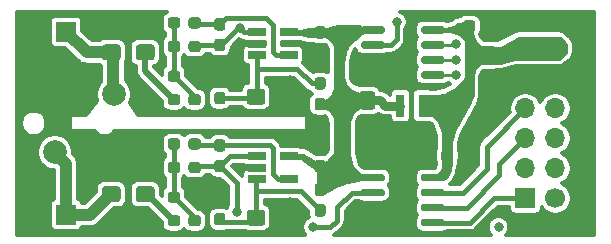
<source format=gbr>
%TF.GenerationSoftware,KiCad,Pcbnew,5.1.9*%
%TF.CreationDate,2021-01-25T14:22:29+03:00*%
%TF.ProjectId,dual-mcp3201-pmod,6475616c-2d6d-4637-9033-3230312d706d,rev?*%
%TF.SameCoordinates,PX4c4b400PY8583b00*%
%TF.FileFunction,Copper,L1,Top*%
%TF.FilePolarity,Positive*%
%FSLAX46Y46*%
G04 Gerber Fmt 4.6, Leading zero omitted, Abs format (unit mm)*
G04 Created by KiCad (PCBNEW 5.1.9) date 2021-01-25 14:22:29*
%MOMM*%
%LPD*%
G01*
G04 APERTURE LIST*
%TA.AperFunction,ComponentPad*%
%ADD10O,1.700000X1.700000*%
%TD*%
%TA.AperFunction,ComponentPad*%
%ADD11R,1.700000X1.700000*%
%TD*%
%TA.AperFunction,ComponentPad*%
%ADD12C,1.700000*%
%TD*%
%TA.AperFunction,ComponentPad*%
%ADD13C,2.000000*%
%TD*%
%TA.AperFunction,SMDPad,CuDef*%
%ADD14R,0.800000X1.900000*%
%TD*%
%TA.AperFunction,SMDPad,CuDef*%
%ADD15R,1.560000X0.650000*%
%TD*%
%TA.AperFunction,ViaPad*%
%ADD16C,0.800000*%
%TD*%
%TA.AperFunction,Conductor*%
%ADD17C,0.400000*%
%TD*%
%TA.AperFunction,Conductor*%
%ADD18C,0.500000*%
%TD*%
%TA.AperFunction,Conductor*%
%ADD19C,1.000000*%
%TD*%
%TA.AperFunction,Conductor*%
%ADD20C,0.750000*%
%TD*%
%TA.AperFunction,Conductor*%
%ADD21C,0.250000*%
%TD*%
%TA.AperFunction,Conductor*%
%ADD22C,0.100000*%
%TD*%
%TA.AperFunction,Conductor*%
%ADD23C,0.350000*%
%TD*%
G04 APERTURE END LIST*
D10*
%TO.P,X4,2*%
%TO.N,GND*%
X2210000Y17750000D03*
D11*
%TO.P,X4,1*%
%TO.N,Net-(C9-Pad1)*%
X4750000Y17750000D03*
%TD*%
D10*
%TO.P,X3,2*%
%TO.N,GND*%
X2210000Y2250000D03*
D11*
%TO.P,X3,1*%
%TO.N,Net-(C2-Pad1)*%
X4750000Y2250000D03*
%TD*%
%TO.P,C12,2*%
%TO.N,+VREF*%
%TA.AperFunction,SMDPad,CuDef*%
G36*
G01*
X26487500Y17175000D02*
X26012500Y17175000D01*
G75*
G02*
X25775000Y17412500I0J237500D01*
G01*
X25775000Y17987500D01*
G75*
G02*
X26012500Y18225000I237500J0D01*
G01*
X26487500Y18225000D01*
G75*
G02*
X26725000Y17987500I0J-237500D01*
G01*
X26725000Y17412500D01*
G75*
G02*
X26487500Y17175000I-237500J0D01*
G01*
G37*
%TD.AperFunction*%
%TO.P,C12,1*%
%TO.N,GND*%
%TA.AperFunction,SMDPad,CuDef*%
G36*
G01*
X26487500Y15425000D02*
X26012500Y15425000D01*
G75*
G02*
X25775000Y15662500I0J237500D01*
G01*
X25775000Y16237500D01*
G75*
G02*
X26012500Y16475000I237500J0D01*
G01*
X26487500Y16475000D01*
G75*
G02*
X26725000Y16237500I0J-237500D01*
G01*
X26725000Y15662500D01*
G75*
G02*
X26487500Y15425000I-237500J0D01*
G01*
G37*
%TD.AperFunction*%
%TD*%
%TO.P,C11,2*%
%TO.N,Net-(C11-Pad2)*%
%TA.AperFunction,SMDPad,CuDef*%
G36*
G01*
X21600000Y12675001D02*
X21600000Y11824999D01*
G75*
G02*
X21350001Y11575000I-249999J0D01*
G01*
X20274999Y11575000D01*
G75*
G02*
X20025000Y11824999I0J249999D01*
G01*
X20025000Y12675001D01*
G75*
G02*
X20274999Y12925000I249999J0D01*
G01*
X21350001Y12925000D01*
G75*
G02*
X21600000Y12675001I0J-249999D01*
G01*
G37*
%TD.AperFunction*%
%TO.P,C11,1*%
%TO.N,GND*%
%TA.AperFunction,SMDPad,CuDef*%
G36*
G01*
X24475000Y12675001D02*
X24475000Y11824999D01*
G75*
G02*
X24225001Y11575000I-249999J0D01*
G01*
X23149999Y11575000D01*
G75*
G02*
X22900000Y11824999I0J249999D01*
G01*
X22900000Y12675001D01*
G75*
G02*
X23149999Y12925000I249999J0D01*
G01*
X24225001Y12925000D01*
G75*
G02*
X24475000Y12675001I0J-249999D01*
G01*
G37*
%TD.AperFunction*%
%TD*%
%TO.P,C10,2*%
%TO.N,Net-(C10-Pad2)*%
%TA.AperFunction,SMDPad,CuDef*%
G36*
G01*
X14400000Y14237500D02*
X14400000Y13762500D01*
G75*
G02*
X14162500Y13525000I-237500J0D01*
G01*
X13587500Y13525000D01*
G75*
G02*
X13350000Y13762500I0J237500D01*
G01*
X13350000Y14237500D01*
G75*
G02*
X13587500Y14475000I237500J0D01*
G01*
X14162500Y14475000D01*
G75*
G02*
X14400000Y14237500I0J-237500D01*
G01*
G37*
%TD.AperFunction*%
%TO.P,C10,1*%
%TO.N,GND*%
%TA.AperFunction,SMDPad,CuDef*%
G36*
G01*
X16150000Y14237500D02*
X16150000Y13762500D01*
G75*
G02*
X15912500Y13525000I-237500J0D01*
G01*
X15337500Y13525000D01*
G75*
G02*
X15100000Y13762500I0J237500D01*
G01*
X15100000Y14237500D01*
G75*
G02*
X15337500Y14475000I237500J0D01*
G01*
X15912500Y14475000D01*
G75*
G02*
X16150000Y14237500I0J-237500D01*
G01*
G37*
%TD.AperFunction*%
%TD*%
%TO.P,C9,2*%
%TO.N,Net-(C9-Pad2)*%
%TA.AperFunction,SMDPad,CuDef*%
G36*
G01*
X10650000Y15574999D02*
X10650000Y16425001D01*
G75*
G02*
X10899999Y16675000I249999J0D01*
G01*
X11975001Y16675000D01*
G75*
G02*
X12225000Y16425001I0J-249999D01*
G01*
X12225000Y15574999D01*
G75*
G02*
X11975001Y15325000I-249999J0D01*
G01*
X10899999Y15325000D01*
G75*
G02*
X10650000Y15574999I0J249999D01*
G01*
G37*
%TD.AperFunction*%
%TO.P,C9,1*%
%TO.N,Net-(C9-Pad1)*%
%TA.AperFunction,SMDPad,CuDef*%
G36*
G01*
X7775000Y15574999D02*
X7775000Y16425001D01*
G75*
G02*
X8024999Y16675000I249999J0D01*
G01*
X9100001Y16675000D01*
G75*
G02*
X9350000Y16425001I0J-249999D01*
G01*
X9350000Y15574999D01*
G75*
G02*
X9100001Y15325000I-249999J0D01*
G01*
X8024999Y15325000D01*
G75*
G02*
X7775000Y15574999I0J249999D01*
G01*
G37*
%TD.AperFunction*%
%TD*%
%TO.P,C8,2*%
%TO.N,Net-(C8-Pad2)*%
%TA.AperFunction,SMDPad,CuDef*%
G36*
G01*
X17512500Y17150000D02*
X17987500Y17150000D01*
G75*
G02*
X18225000Y16912500I0J-237500D01*
G01*
X18225000Y16337500D01*
G75*
G02*
X17987500Y16100000I-237500J0D01*
G01*
X17512500Y16100000D01*
G75*
G02*
X17275000Y16337500I0J237500D01*
G01*
X17275000Y16912500D01*
G75*
G02*
X17512500Y17150000I237500J0D01*
G01*
G37*
%TD.AperFunction*%
%TO.P,C8,1*%
%TO.N,Net-(C8-Pad1)*%
%TA.AperFunction,SMDPad,CuDef*%
G36*
G01*
X17512500Y18900000D02*
X17987500Y18900000D01*
G75*
G02*
X18225000Y18662500I0J-237500D01*
G01*
X18225000Y18087500D01*
G75*
G02*
X17987500Y17850000I-237500J0D01*
G01*
X17512500Y17850000D01*
G75*
G02*
X17275000Y18087500I0J237500D01*
G01*
X17275000Y18662500D01*
G75*
G02*
X17512500Y18900000I237500J0D01*
G01*
G37*
%TD.AperFunction*%
%TD*%
%TO.P,C7,2*%
%TO.N,+VDD_3.3V*%
%TA.AperFunction,SMDPad,CuDef*%
G36*
G01*
X40925001Y14962500D02*
X40074999Y14962500D01*
G75*
G02*
X39825000Y15212499I0J249999D01*
G01*
X39825000Y16287501D01*
G75*
G02*
X40074999Y16537500I249999J0D01*
G01*
X40925001Y16537500D01*
G75*
G02*
X41175000Y16287501I0J-249999D01*
G01*
X41175000Y15212499D01*
G75*
G02*
X40925001Y14962500I-249999J0D01*
G01*
G37*
%TD.AperFunction*%
%TO.P,C7,1*%
%TO.N,GND*%
%TA.AperFunction,SMDPad,CuDef*%
G36*
G01*
X40925001Y12087500D02*
X40074999Y12087500D01*
G75*
G02*
X39825000Y12337499I0J249999D01*
G01*
X39825000Y13412501D01*
G75*
G02*
X40074999Y13662500I249999J0D01*
G01*
X40925001Y13662500D01*
G75*
G02*
X41175000Y13412501I0J-249999D01*
G01*
X41175000Y12337499D01*
G75*
G02*
X40925001Y12087500I-249999J0D01*
G01*
G37*
%TD.AperFunction*%
%TD*%
%TO.P,C14,2*%
%TO.N,+VREF*%
%TA.AperFunction,SMDPad,CuDef*%
G36*
G01*
X30675001Y11150000D02*
X29824999Y11150000D01*
G75*
G02*
X29575000Y11399999I0J249999D01*
G01*
X29575000Y12475001D01*
G75*
G02*
X29824999Y12725000I249999J0D01*
G01*
X30675001Y12725000D01*
G75*
G02*
X30925000Y12475001I0J-249999D01*
G01*
X30925000Y11399999D01*
G75*
G02*
X30675001Y11150000I-249999J0D01*
G01*
G37*
%TD.AperFunction*%
%TO.P,C14,1*%
%TO.N,GND*%
%TA.AperFunction,SMDPad,CuDef*%
G36*
G01*
X30675001Y8275000D02*
X29824999Y8275000D01*
G75*
G02*
X29575000Y8524999I0J249999D01*
G01*
X29575000Y9600001D01*
G75*
G02*
X29824999Y9850000I249999J0D01*
G01*
X30675001Y9850000D01*
G75*
G02*
X30925000Y9600001I0J-249999D01*
G01*
X30925000Y8524999D01*
G75*
G02*
X30675001Y8275000I-249999J0D01*
G01*
G37*
%TD.AperFunction*%
%TD*%
%TO.P,C6,2*%
%TO.N,+VDD_3.3V*%
%TA.AperFunction,SMDPad,CuDef*%
G36*
G01*
X37525000Y7487500D02*
X37525000Y7012500D01*
G75*
G02*
X37287500Y6775000I-237500J0D01*
G01*
X36712500Y6775000D01*
G75*
G02*
X36475000Y7012500I0J237500D01*
G01*
X36475000Y7487500D01*
G75*
G02*
X36712500Y7725000I237500J0D01*
G01*
X37287500Y7725000D01*
G75*
G02*
X37525000Y7487500I0J-237500D01*
G01*
G37*
%TD.AperFunction*%
%TO.P,C6,1*%
%TO.N,GND*%
%TA.AperFunction,SMDPad,CuDef*%
G36*
G01*
X39275000Y7487500D02*
X39275000Y7012500D01*
G75*
G02*
X39037500Y6775000I-237500J0D01*
G01*
X38462500Y6775000D01*
G75*
G02*
X38225000Y7012500I0J237500D01*
G01*
X38225000Y7487500D01*
G75*
G02*
X38462500Y7725000I237500J0D01*
G01*
X39037500Y7725000D01*
G75*
G02*
X39275000Y7487500I0J-237500D01*
G01*
G37*
%TD.AperFunction*%
%TD*%
D12*
%TO.P,X2,7*%
%TO.N,/CS_N1*%
X46170000Y3650000D03*
D11*
%TO.P,X2,1*%
%TO.N,/CS_N0*%
X43630000Y3650000D03*
D10*
%TO.P,X2,8*%
%TO.N,Net-(X2-Pad8)*%
X46170000Y6190000D03*
%TO.P,X2,2*%
%TO.N,Net-(X2-Pad2)*%
X43630000Y6190000D03*
%TO.P,X2,9*%
%TO.N,/MISO1*%
X46170000Y8730000D03*
%TO.P,X2,3*%
%TO.N,/MISO0*%
X43630000Y8730000D03*
%TO.P,X2,10*%
%TO.N,/SCLK1*%
X46170000Y11270000D03*
%TO.P,X2,4*%
%TO.N,/SCLK0*%
X43630000Y11270000D03*
%TO.P,X2,11*%
%TO.N,GND*%
X46170000Y13810000D03*
%TO.P,X2,5*%
X43630000Y13810000D03*
%TO.P,X2,12*%
%TO.N,+VDD_3.3V*%
X46170000Y16350000D03*
%TO.P,X2,6*%
X43630000Y16350000D03*
%TD*%
D13*
%TO.P,X1,3*%
%TO.N,Net-(C9-Pad1)*%
X8800000Y12450000D03*
%TO.P,X1,2*%
%TO.N,Net-(C2-Pad1)*%
X3800000Y7550000D03*
%TO.P,X1,1*%
%TO.N,GND*%
X2000000Y12450000D03*
%TD*%
%TO.P,R10,2*%
%TO.N,Net-(C11-Pad2)*%
%TA.AperFunction,SMDPad,CuDef*%
G36*
G01*
X17512500Y12650000D02*
X17987500Y12650000D01*
G75*
G02*
X18225000Y12412500I0J-237500D01*
G01*
X18225000Y11837500D01*
G75*
G02*
X17987500Y11600000I-237500J0D01*
G01*
X17512500Y11600000D01*
G75*
G02*
X17275000Y11837500I0J237500D01*
G01*
X17275000Y12412500D01*
G75*
G02*
X17512500Y12650000I237500J0D01*
G01*
G37*
%TD.AperFunction*%
%TO.P,R10,1*%
%TO.N,GND*%
%TA.AperFunction,SMDPad,CuDef*%
G36*
G01*
X17512500Y14400000D02*
X17987500Y14400000D01*
G75*
G02*
X18225000Y14162500I0J-237500D01*
G01*
X18225000Y13587500D01*
G75*
G02*
X17987500Y13350000I-237500J0D01*
G01*
X17512500Y13350000D01*
G75*
G02*
X17275000Y13587500I0J237500D01*
G01*
X17275000Y14162500D01*
G75*
G02*
X17512500Y14400000I237500J0D01*
G01*
G37*
%TD.AperFunction*%
%TD*%
%TO.P,R9,2*%
%TO.N,Net-(C8-Pad1)*%
%TA.AperFunction,SMDPad,CuDef*%
G36*
G01*
X15100000Y18262500D02*
X15100000Y18737500D01*
G75*
G02*
X15337500Y18975000I237500J0D01*
G01*
X15912500Y18975000D01*
G75*
G02*
X16150000Y18737500I0J-237500D01*
G01*
X16150000Y18262500D01*
G75*
G02*
X15912500Y18025000I-237500J0D01*
G01*
X15337500Y18025000D01*
G75*
G02*
X15100000Y18262500I0J237500D01*
G01*
G37*
%TD.AperFunction*%
%TO.P,R9,1*%
%TO.N,Net-(C10-Pad2)*%
%TA.AperFunction,SMDPad,CuDef*%
G36*
G01*
X13350000Y18262500D02*
X13350000Y18737500D01*
G75*
G02*
X13587500Y18975000I237500J0D01*
G01*
X14162500Y18975000D01*
G75*
G02*
X14400000Y18737500I0J-237500D01*
G01*
X14400000Y18262500D01*
G75*
G02*
X14162500Y18025000I-237500J0D01*
G01*
X13587500Y18025000D01*
G75*
G02*
X13350000Y18262500I0J237500D01*
G01*
G37*
%TD.AperFunction*%
%TD*%
%TO.P,R8,2*%
%TO.N,Net-(C10-Pad2)*%
%TA.AperFunction,SMDPad,CuDef*%
G36*
G01*
X15100000Y11762500D02*
X15100000Y12237500D01*
G75*
G02*
X15337500Y12475000I237500J0D01*
G01*
X15912500Y12475000D01*
G75*
G02*
X16150000Y12237500I0J-237500D01*
G01*
X16150000Y11762500D01*
G75*
G02*
X15912500Y11525000I-237500J0D01*
G01*
X15337500Y11525000D01*
G75*
G02*
X15100000Y11762500I0J237500D01*
G01*
G37*
%TD.AperFunction*%
%TO.P,R8,1*%
%TO.N,Net-(C9-Pad2)*%
%TA.AperFunction,SMDPad,CuDef*%
G36*
G01*
X13350000Y11762500D02*
X13350000Y12237500D01*
G75*
G02*
X13587500Y12475000I237500J0D01*
G01*
X14162500Y12475000D01*
G75*
G02*
X14400000Y12237500I0J-237500D01*
G01*
X14400000Y11762500D01*
G75*
G02*
X14162500Y11525000I-237500J0D01*
G01*
X13587500Y11525000D01*
G75*
G02*
X13350000Y11762500I0J237500D01*
G01*
G37*
%TD.AperFunction*%
%TD*%
%TO.P,R7,2*%
%TO.N,+VREF*%
%TA.AperFunction,SMDPad,CuDef*%
G36*
G01*
X26012500Y12150000D02*
X26487500Y12150000D01*
G75*
G02*
X26725000Y11912500I0J-237500D01*
G01*
X26725000Y11337500D01*
G75*
G02*
X26487500Y11100000I-237500J0D01*
G01*
X26012500Y11100000D01*
G75*
G02*
X25775000Y11337500I0J237500D01*
G01*
X25775000Y11912500D01*
G75*
G02*
X26012500Y12150000I237500J0D01*
G01*
G37*
%TD.AperFunction*%
%TO.P,R7,1*%
%TO.N,Net-(C11-Pad2)*%
%TA.AperFunction,SMDPad,CuDef*%
G36*
G01*
X26012500Y13900000D02*
X26487500Y13900000D01*
G75*
G02*
X26725000Y13662500I0J-237500D01*
G01*
X26725000Y13087500D01*
G75*
G02*
X26487500Y12850000I-237500J0D01*
G01*
X26012500Y12850000D01*
G75*
G02*
X25775000Y13087500I0J237500D01*
G01*
X25775000Y13662500D01*
G75*
G02*
X26012500Y13900000I237500J0D01*
G01*
G37*
%TD.AperFunction*%
%TD*%
%TO.P,R6,2*%
%TO.N,Net-(C8-Pad2)*%
%TA.AperFunction,SMDPad,CuDef*%
G36*
G01*
X15100000Y16262500D02*
X15100000Y16737500D01*
G75*
G02*
X15337500Y16975000I237500J0D01*
G01*
X15912500Y16975000D01*
G75*
G02*
X16150000Y16737500I0J-237500D01*
G01*
X16150000Y16262500D01*
G75*
G02*
X15912500Y16025000I-237500J0D01*
G01*
X15337500Y16025000D01*
G75*
G02*
X15100000Y16262500I0J237500D01*
G01*
G37*
%TD.AperFunction*%
%TO.P,R6,1*%
%TO.N,Net-(C10-Pad2)*%
%TA.AperFunction,SMDPad,CuDef*%
G36*
G01*
X13350000Y16262500D02*
X13350000Y16737500D01*
G75*
G02*
X13587500Y16975000I237500J0D01*
G01*
X14162500Y16975000D01*
G75*
G02*
X14400000Y16737500I0J-237500D01*
G01*
X14400000Y16262500D01*
G75*
G02*
X14162500Y16025000I-237500J0D01*
G01*
X13587500Y16025000D01*
G75*
G02*
X13350000Y16262500I0J237500D01*
G01*
G37*
%TD.AperFunction*%
%TD*%
%TO.P,R5,2*%
%TO.N,Net-(C4-Pad2)*%
%TA.AperFunction,SMDPad,CuDef*%
G36*
G01*
X17512500Y2400000D02*
X17987500Y2400000D01*
G75*
G02*
X18225000Y2162500I0J-237500D01*
G01*
X18225000Y1587500D01*
G75*
G02*
X17987500Y1350000I-237500J0D01*
G01*
X17512500Y1350000D01*
G75*
G02*
X17275000Y1587500I0J237500D01*
G01*
X17275000Y2162500D01*
G75*
G02*
X17512500Y2400000I237500J0D01*
G01*
G37*
%TD.AperFunction*%
%TO.P,R5,1*%
%TO.N,GND*%
%TA.AperFunction,SMDPad,CuDef*%
G36*
G01*
X17512500Y4150000D02*
X17987500Y4150000D01*
G75*
G02*
X18225000Y3912500I0J-237500D01*
G01*
X18225000Y3337500D01*
G75*
G02*
X17987500Y3100000I-237500J0D01*
G01*
X17512500Y3100000D01*
G75*
G02*
X17275000Y3337500I0J237500D01*
G01*
X17275000Y3912500D01*
G75*
G02*
X17512500Y4150000I237500J0D01*
G01*
G37*
%TD.AperFunction*%
%TD*%
%TO.P,R4,2*%
%TO.N,Net-(C1-Pad1)*%
%TA.AperFunction,SMDPad,CuDef*%
G36*
G01*
X15100000Y8012500D02*
X15100000Y8487500D01*
G75*
G02*
X15337500Y8725000I237500J0D01*
G01*
X15912500Y8725000D01*
G75*
G02*
X16150000Y8487500I0J-237500D01*
G01*
X16150000Y8012500D01*
G75*
G02*
X15912500Y7775000I-237500J0D01*
G01*
X15337500Y7775000D01*
G75*
G02*
X15100000Y8012500I0J237500D01*
G01*
G37*
%TD.AperFunction*%
%TO.P,R4,1*%
%TO.N,Net-(C3-Pad2)*%
%TA.AperFunction,SMDPad,CuDef*%
G36*
G01*
X13350000Y8012500D02*
X13350000Y8487500D01*
G75*
G02*
X13587500Y8725000I237500J0D01*
G01*
X14162500Y8725000D01*
G75*
G02*
X14400000Y8487500I0J-237500D01*
G01*
X14400000Y8012500D01*
G75*
G02*
X14162500Y7775000I-237500J0D01*
G01*
X13587500Y7775000D01*
G75*
G02*
X13350000Y8012500I0J237500D01*
G01*
G37*
%TD.AperFunction*%
%TD*%
%TO.P,R3,2*%
%TO.N,Net-(C3-Pad2)*%
%TA.AperFunction,SMDPad,CuDef*%
G36*
G01*
X15100000Y1512500D02*
X15100000Y1987500D01*
G75*
G02*
X15337500Y2225000I237500J0D01*
G01*
X15912500Y2225000D01*
G75*
G02*
X16150000Y1987500I0J-237500D01*
G01*
X16150000Y1512500D01*
G75*
G02*
X15912500Y1275000I-237500J0D01*
G01*
X15337500Y1275000D01*
G75*
G02*
X15100000Y1512500I0J237500D01*
G01*
G37*
%TD.AperFunction*%
%TO.P,R3,1*%
%TO.N,Net-(C2-Pad2)*%
%TA.AperFunction,SMDPad,CuDef*%
G36*
G01*
X13350000Y1512500D02*
X13350000Y1987500D01*
G75*
G02*
X13587500Y2225000I237500J0D01*
G01*
X14162500Y2225000D01*
G75*
G02*
X14400000Y1987500I0J-237500D01*
G01*
X14400000Y1512500D01*
G75*
G02*
X14162500Y1275000I-237500J0D01*
G01*
X13587500Y1275000D01*
G75*
G02*
X13350000Y1512500I0J237500D01*
G01*
G37*
%TD.AperFunction*%
%TD*%
%TO.P,R2,2*%
%TO.N,+VREF*%
%TA.AperFunction,SMDPad,CuDef*%
G36*
G01*
X26487500Y3850000D02*
X26012500Y3850000D01*
G75*
G02*
X25775000Y4087500I0J237500D01*
G01*
X25775000Y4662500D01*
G75*
G02*
X26012500Y4900000I237500J0D01*
G01*
X26487500Y4900000D01*
G75*
G02*
X26725000Y4662500I0J-237500D01*
G01*
X26725000Y4087500D01*
G75*
G02*
X26487500Y3850000I-237500J0D01*
G01*
G37*
%TD.AperFunction*%
%TO.P,R2,1*%
%TO.N,Net-(C4-Pad2)*%
%TA.AperFunction,SMDPad,CuDef*%
G36*
G01*
X26487500Y2100000D02*
X26012500Y2100000D01*
G75*
G02*
X25775000Y2337500I0J237500D01*
G01*
X25775000Y2912500D01*
G75*
G02*
X26012500Y3150000I237500J0D01*
G01*
X26487500Y3150000D01*
G75*
G02*
X26725000Y2912500I0J-237500D01*
G01*
X26725000Y2337500D01*
G75*
G02*
X26487500Y2100000I-237500J0D01*
G01*
G37*
%TD.AperFunction*%
%TD*%
%TO.P,R1,2*%
%TO.N,Net-(C1-Pad2)*%
%TA.AperFunction,SMDPad,CuDef*%
G36*
G01*
X15100000Y6012500D02*
X15100000Y6487500D01*
G75*
G02*
X15337500Y6725000I237500J0D01*
G01*
X15912500Y6725000D01*
G75*
G02*
X16150000Y6487500I0J-237500D01*
G01*
X16150000Y6012500D01*
G75*
G02*
X15912500Y5775000I-237500J0D01*
G01*
X15337500Y5775000D01*
G75*
G02*
X15100000Y6012500I0J237500D01*
G01*
G37*
%TD.AperFunction*%
%TO.P,R1,1*%
%TO.N,Net-(C3-Pad2)*%
%TA.AperFunction,SMDPad,CuDef*%
G36*
G01*
X13350000Y6012500D02*
X13350000Y6487500D01*
G75*
G02*
X13587500Y6725000I237500J0D01*
G01*
X14162500Y6725000D01*
G75*
G02*
X14400000Y6487500I0J-237500D01*
G01*
X14400000Y6012500D01*
G75*
G02*
X14162500Y5775000I-237500J0D01*
G01*
X13587500Y5775000D01*
G75*
G02*
X13350000Y6012500I0J237500D01*
G01*
G37*
%TD.AperFunction*%
%TD*%
D14*
%TO.P,D5,3*%
%TO.N,GND*%
X34000000Y8500000D03*
%TO.P,D5,2*%
%TO.N,+VREF*%
X33050000Y11500000D03*
%TO.P,D5,1*%
%TO.N,+VDD_3.3V*%
X34950000Y11500000D03*
%TD*%
%TO.P,D4,8*%
%TO.N,+VDD_3.3V*%
%TA.AperFunction,SMDPad,CuDef*%
G36*
G01*
X34800000Y17742500D02*
X34800000Y18067500D01*
G75*
G02*
X34962500Y18230000I162500J0D01*
G01*
X36612500Y18230000D01*
G75*
G02*
X36775000Y18067500I0J-162500D01*
G01*
X36775000Y17742500D01*
G75*
G02*
X36612500Y17580000I-162500J0D01*
G01*
X34962500Y17580000D01*
G75*
G02*
X34800000Y17742500I0J162500D01*
G01*
G37*
%TD.AperFunction*%
%TO.P,D4,7*%
%TO.N,/SCLK1*%
%TA.AperFunction,SMDPad,CuDef*%
G36*
G01*
X34800000Y16472500D02*
X34800000Y16797500D01*
G75*
G02*
X34962500Y16960000I162500J0D01*
G01*
X36612500Y16960000D01*
G75*
G02*
X36775000Y16797500I0J-162500D01*
G01*
X36775000Y16472500D01*
G75*
G02*
X36612500Y16310000I-162500J0D01*
G01*
X34962500Y16310000D01*
G75*
G02*
X34800000Y16472500I0J162500D01*
G01*
G37*
%TD.AperFunction*%
%TO.P,D4,6*%
%TO.N,/MISO1*%
%TA.AperFunction,SMDPad,CuDef*%
G36*
G01*
X34800000Y15202500D02*
X34800000Y15527500D01*
G75*
G02*
X34962500Y15690000I162500J0D01*
G01*
X36612500Y15690000D01*
G75*
G02*
X36775000Y15527500I0J-162500D01*
G01*
X36775000Y15202500D01*
G75*
G02*
X36612500Y15040000I-162500J0D01*
G01*
X34962500Y15040000D01*
G75*
G02*
X34800000Y15202500I0J162500D01*
G01*
G37*
%TD.AperFunction*%
%TO.P,D4,5*%
%TO.N,/CS_N1*%
%TA.AperFunction,SMDPad,CuDef*%
G36*
G01*
X34800000Y13932500D02*
X34800000Y14257500D01*
G75*
G02*
X34962500Y14420000I162500J0D01*
G01*
X36612500Y14420000D01*
G75*
G02*
X36775000Y14257500I0J-162500D01*
G01*
X36775000Y13932500D01*
G75*
G02*
X36612500Y13770000I-162500J0D01*
G01*
X34962500Y13770000D01*
G75*
G02*
X34800000Y13932500I0J162500D01*
G01*
G37*
%TD.AperFunction*%
%TO.P,D4,4*%
%TO.N,GND*%
%TA.AperFunction,SMDPad,CuDef*%
G36*
G01*
X29725000Y13932500D02*
X29725000Y14257500D01*
G75*
G02*
X29887500Y14420000I162500J0D01*
G01*
X31537500Y14420000D01*
G75*
G02*
X31700000Y14257500I0J-162500D01*
G01*
X31700000Y13932500D01*
G75*
G02*
X31537500Y13770000I-162500J0D01*
G01*
X29887500Y13770000D01*
G75*
G02*
X29725000Y13932500I0J162500D01*
G01*
G37*
%TD.AperFunction*%
%TO.P,D4,3*%
%TA.AperFunction,SMDPad,CuDef*%
G36*
G01*
X29725000Y15202500D02*
X29725000Y15527500D01*
G75*
G02*
X29887500Y15690000I162500J0D01*
G01*
X31537500Y15690000D01*
G75*
G02*
X31700000Y15527500I0J-162500D01*
G01*
X31700000Y15202500D01*
G75*
G02*
X31537500Y15040000I-162500J0D01*
G01*
X29887500Y15040000D01*
G75*
G02*
X29725000Y15202500I0J162500D01*
G01*
G37*
%TD.AperFunction*%
%TO.P,D4,2*%
%TO.N,Net-(C8-Pad2)*%
%TA.AperFunction,SMDPad,CuDef*%
G36*
G01*
X29725000Y16472500D02*
X29725000Y16797500D01*
G75*
G02*
X29887500Y16960000I162500J0D01*
G01*
X31537500Y16960000D01*
G75*
G02*
X31700000Y16797500I0J-162500D01*
G01*
X31700000Y16472500D01*
G75*
G02*
X31537500Y16310000I-162500J0D01*
G01*
X29887500Y16310000D01*
G75*
G02*
X29725000Y16472500I0J162500D01*
G01*
G37*
%TD.AperFunction*%
%TO.P,D4,1*%
%TO.N,+VREF*%
%TA.AperFunction,SMDPad,CuDef*%
G36*
G01*
X29725000Y17742500D02*
X29725000Y18067500D01*
G75*
G02*
X29887500Y18230000I162500J0D01*
G01*
X31537500Y18230000D01*
G75*
G02*
X31700000Y18067500I0J-162500D01*
G01*
X31700000Y17742500D01*
G75*
G02*
X31537500Y17580000I-162500J0D01*
G01*
X29887500Y17580000D01*
G75*
G02*
X29725000Y17742500I0J162500D01*
G01*
G37*
%TD.AperFunction*%
%TD*%
D15*
%TO.P,D3,5*%
%TO.N,+VREF*%
X23600000Y17700000D03*
%TO.P,D3,4*%
%TO.N,Net-(C8-Pad1)*%
X23600000Y15800000D03*
%TO.P,D3,3*%
%TO.N,Net-(C11-Pad2)*%
X20900000Y15800000D03*
%TO.P,D3,2*%
%TO.N,GND*%
X20900000Y16750000D03*
%TO.P,D3,1*%
%TO.N,Net-(C8-Pad2)*%
X20900000Y17700000D03*
%TD*%
%TO.P,D2,8*%
%TO.N,+VDD_3.3V*%
%TA.AperFunction,SMDPad,CuDef*%
G36*
G01*
X34800000Y5242500D02*
X34800000Y5567500D01*
G75*
G02*
X34962500Y5730000I162500J0D01*
G01*
X36612500Y5730000D01*
G75*
G02*
X36775000Y5567500I0J-162500D01*
G01*
X36775000Y5242500D01*
G75*
G02*
X36612500Y5080000I-162500J0D01*
G01*
X34962500Y5080000D01*
G75*
G02*
X34800000Y5242500I0J162500D01*
G01*
G37*
%TD.AperFunction*%
%TO.P,D2,7*%
%TO.N,/SCLK0*%
%TA.AperFunction,SMDPad,CuDef*%
G36*
G01*
X34800000Y3972500D02*
X34800000Y4297500D01*
G75*
G02*
X34962500Y4460000I162500J0D01*
G01*
X36612500Y4460000D01*
G75*
G02*
X36775000Y4297500I0J-162500D01*
G01*
X36775000Y3972500D01*
G75*
G02*
X36612500Y3810000I-162500J0D01*
G01*
X34962500Y3810000D01*
G75*
G02*
X34800000Y3972500I0J162500D01*
G01*
G37*
%TD.AperFunction*%
%TO.P,D2,6*%
%TO.N,/MISO0*%
%TA.AperFunction,SMDPad,CuDef*%
G36*
G01*
X34800000Y2702500D02*
X34800000Y3027500D01*
G75*
G02*
X34962500Y3190000I162500J0D01*
G01*
X36612500Y3190000D01*
G75*
G02*
X36775000Y3027500I0J-162500D01*
G01*
X36775000Y2702500D01*
G75*
G02*
X36612500Y2540000I-162500J0D01*
G01*
X34962500Y2540000D01*
G75*
G02*
X34800000Y2702500I0J162500D01*
G01*
G37*
%TD.AperFunction*%
%TO.P,D2,5*%
%TO.N,/CS_N0*%
%TA.AperFunction,SMDPad,CuDef*%
G36*
G01*
X34800000Y1432500D02*
X34800000Y1757500D01*
G75*
G02*
X34962500Y1920000I162500J0D01*
G01*
X36612500Y1920000D01*
G75*
G02*
X36775000Y1757500I0J-162500D01*
G01*
X36775000Y1432500D01*
G75*
G02*
X36612500Y1270000I-162500J0D01*
G01*
X34962500Y1270000D01*
G75*
G02*
X34800000Y1432500I0J162500D01*
G01*
G37*
%TD.AperFunction*%
%TO.P,D2,4*%
%TO.N,GND*%
%TA.AperFunction,SMDPad,CuDef*%
G36*
G01*
X29725000Y1432500D02*
X29725000Y1757500D01*
G75*
G02*
X29887500Y1920000I162500J0D01*
G01*
X31537500Y1920000D01*
G75*
G02*
X31700000Y1757500I0J-162500D01*
G01*
X31700000Y1432500D01*
G75*
G02*
X31537500Y1270000I-162500J0D01*
G01*
X29887500Y1270000D01*
G75*
G02*
X29725000Y1432500I0J162500D01*
G01*
G37*
%TD.AperFunction*%
%TO.P,D2,3*%
%TA.AperFunction,SMDPad,CuDef*%
G36*
G01*
X29725000Y2702500D02*
X29725000Y3027500D01*
G75*
G02*
X29887500Y3190000I162500J0D01*
G01*
X31537500Y3190000D01*
G75*
G02*
X31700000Y3027500I0J-162500D01*
G01*
X31700000Y2702500D01*
G75*
G02*
X31537500Y2540000I-162500J0D01*
G01*
X29887500Y2540000D01*
G75*
G02*
X29725000Y2702500I0J162500D01*
G01*
G37*
%TD.AperFunction*%
%TO.P,D2,2*%
%TO.N,Net-(C1-Pad2)*%
%TA.AperFunction,SMDPad,CuDef*%
G36*
G01*
X29725000Y3972500D02*
X29725000Y4297500D01*
G75*
G02*
X29887500Y4460000I162500J0D01*
G01*
X31537500Y4460000D01*
G75*
G02*
X31700000Y4297500I0J-162500D01*
G01*
X31700000Y3972500D01*
G75*
G02*
X31537500Y3810000I-162500J0D01*
G01*
X29887500Y3810000D01*
G75*
G02*
X29725000Y3972500I0J162500D01*
G01*
G37*
%TD.AperFunction*%
%TO.P,D2,1*%
%TO.N,+VREF*%
%TA.AperFunction,SMDPad,CuDef*%
G36*
G01*
X29725000Y5242500D02*
X29725000Y5567500D01*
G75*
G02*
X29887500Y5730000I162500J0D01*
G01*
X31537500Y5730000D01*
G75*
G02*
X31700000Y5567500I0J-162500D01*
G01*
X31700000Y5242500D01*
G75*
G02*
X31537500Y5080000I-162500J0D01*
G01*
X29887500Y5080000D01*
G75*
G02*
X29725000Y5242500I0J162500D01*
G01*
G37*
%TD.AperFunction*%
%TD*%
%TO.P,D1,5*%
%TO.N,+VREF*%
X23600000Y7200000D03*
%TO.P,D1,4*%
%TO.N,Net-(C1-Pad1)*%
X23600000Y5300000D03*
%TO.P,D1,3*%
%TO.N,Net-(C4-Pad2)*%
X20900000Y5300000D03*
%TO.P,D1,2*%
%TO.N,GND*%
X20900000Y6250000D03*
%TO.P,D1,1*%
%TO.N,Net-(C1-Pad2)*%
X20900000Y7200000D03*
%TD*%
%TO.P,C13,2*%
%TO.N,+VDD_3.3V*%
%TA.AperFunction,SMDPad,CuDef*%
G36*
G01*
X39400000Y18487500D02*
X39400000Y18012500D01*
G75*
G02*
X39162500Y17775000I-237500J0D01*
G01*
X38587500Y17775000D01*
G75*
G02*
X38350000Y18012500I0J237500D01*
G01*
X38350000Y18487500D01*
G75*
G02*
X38587500Y18725000I237500J0D01*
G01*
X39162500Y18725000D01*
G75*
G02*
X39400000Y18487500I0J-237500D01*
G01*
G37*
%TD.AperFunction*%
%TO.P,C13,1*%
%TO.N,GND*%
%TA.AperFunction,SMDPad,CuDef*%
G36*
G01*
X41150000Y18487500D02*
X41150000Y18012500D01*
G75*
G02*
X40912500Y17775000I-237500J0D01*
G01*
X40337500Y17775000D01*
G75*
G02*
X40100000Y18012500I0J237500D01*
G01*
X40100000Y18487500D01*
G75*
G02*
X40337500Y18725000I237500J0D01*
G01*
X40912500Y18725000D01*
G75*
G02*
X41150000Y18487500I0J-237500D01*
G01*
G37*
%TD.AperFunction*%
%TD*%
%TO.P,C5,2*%
%TO.N,+VREF*%
%TA.AperFunction,SMDPad,CuDef*%
G36*
G01*
X26012500Y6900000D02*
X26487500Y6900000D01*
G75*
G02*
X26725000Y6662500I0J-237500D01*
G01*
X26725000Y6087500D01*
G75*
G02*
X26487500Y5850000I-237500J0D01*
G01*
X26012500Y5850000D01*
G75*
G02*
X25775000Y6087500I0J237500D01*
G01*
X25775000Y6662500D01*
G75*
G02*
X26012500Y6900000I237500J0D01*
G01*
G37*
%TD.AperFunction*%
%TO.P,C5,1*%
%TO.N,GND*%
%TA.AperFunction,SMDPad,CuDef*%
G36*
G01*
X26012500Y8650000D02*
X26487500Y8650000D01*
G75*
G02*
X26725000Y8412500I0J-237500D01*
G01*
X26725000Y7837500D01*
G75*
G02*
X26487500Y7600000I-237500J0D01*
G01*
X26012500Y7600000D01*
G75*
G02*
X25775000Y7837500I0J237500D01*
G01*
X25775000Y8412500D01*
G75*
G02*
X26012500Y8650000I237500J0D01*
G01*
G37*
%TD.AperFunction*%
%TD*%
%TO.P,C4,2*%
%TO.N,Net-(C4-Pad2)*%
%TA.AperFunction,SMDPad,CuDef*%
G36*
G01*
X21600000Y2425001D02*
X21600000Y1574999D01*
G75*
G02*
X21350001Y1325000I-249999J0D01*
G01*
X20274999Y1325000D01*
G75*
G02*
X20025000Y1574999I0J249999D01*
G01*
X20025000Y2425001D01*
G75*
G02*
X20274999Y2675000I249999J0D01*
G01*
X21350001Y2675000D01*
G75*
G02*
X21600000Y2425001I0J-249999D01*
G01*
G37*
%TD.AperFunction*%
%TO.P,C4,1*%
%TO.N,GND*%
%TA.AperFunction,SMDPad,CuDef*%
G36*
G01*
X24475000Y2425001D02*
X24475000Y1574999D01*
G75*
G02*
X24225001Y1325000I-249999J0D01*
G01*
X23149999Y1325000D01*
G75*
G02*
X22900000Y1574999I0J249999D01*
G01*
X22900000Y2425001D01*
G75*
G02*
X23149999Y2675000I249999J0D01*
G01*
X24225001Y2675000D01*
G75*
G02*
X24475000Y2425001I0J-249999D01*
G01*
G37*
%TD.AperFunction*%
%TD*%
%TO.P,C3,2*%
%TO.N,Net-(C3-Pad2)*%
%TA.AperFunction,SMDPad,CuDef*%
G36*
G01*
X14400000Y3987500D02*
X14400000Y3512500D01*
G75*
G02*
X14162500Y3275000I-237500J0D01*
G01*
X13587500Y3275000D01*
G75*
G02*
X13350000Y3512500I0J237500D01*
G01*
X13350000Y3987500D01*
G75*
G02*
X13587500Y4225000I237500J0D01*
G01*
X14162500Y4225000D01*
G75*
G02*
X14400000Y3987500I0J-237500D01*
G01*
G37*
%TD.AperFunction*%
%TO.P,C3,1*%
%TO.N,GND*%
%TA.AperFunction,SMDPad,CuDef*%
G36*
G01*
X16150000Y3987500D02*
X16150000Y3512500D01*
G75*
G02*
X15912500Y3275000I-237500J0D01*
G01*
X15337500Y3275000D01*
G75*
G02*
X15100000Y3512500I0J237500D01*
G01*
X15100000Y3987500D01*
G75*
G02*
X15337500Y4225000I237500J0D01*
G01*
X15912500Y4225000D01*
G75*
G02*
X16150000Y3987500I0J-237500D01*
G01*
G37*
%TD.AperFunction*%
%TD*%
%TO.P,C2,2*%
%TO.N,Net-(C2-Pad2)*%
%TA.AperFunction,SMDPad,CuDef*%
G36*
G01*
X10650000Y3574999D02*
X10650000Y4425001D01*
G75*
G02*
X10899999Y4675000I249999J0D01*
G01*
X11975001Y4675000D01*
G75*
G02*
X12225000Y4425001I0J-249999D01*
G01*
X12225000Y3574999D01*
G75*
G02*
X11975001Y3325000I-249999J0D01*
G01*
X10899999Y3325000D01*
G75*
G02*
X10650000Y3574999I0J249999D01*
G01*
G37*
%TD.AperFunction*%
%TO.P,C2,1*%
%TO.N,Net-(C2-Pad1)*%
%TA.AperFunction,SMDPad,CuDef*%
G36*
G01*
X7775000Y3574999D02*
X7775000Y4425001D01*
G75*
G02*
X8024999Y4675000I249999J0D01*
G01*
X9100001Y4675000D01*
G75*
G02*
X9350000Y4425001I0J-249999D01*
G01*
X9350000Y3574999D01*
G75*
G02*
X9100001Y3325000I-249999J0D01*
G01*
X8024999Y3325000D01*
G75*
G02*
X7775000Y3574999I0J249999D01*
G01*
G37*
%TD.AperFunction*%
%TD*%
%TO.P,C1,2*%
%TO.N,Net-(C1-Pad2)*%
%TA.AperFunction,SMDPad,CuDef*%
G36*
G01*
X17512500Y6900000D02*
X17987500Y6900000D01*
G75*
G02*
X18225000Y6662500I0J-237500D01*
G01*
X18225000Y6087500D01*
G75*
G02*
X17987500Y5850000I-237500J0D01*
G01*
X17512500Y5850000D01*
G75*
G02*
X17275000Y6087500I0J237500D01*
G01*
X17275000Y6662500D01*
G75*
G02*
X17512500Y6900000I237500J0D01*
G01*
G37*
%TD.AperFunction*%
%TO.P,C1,1*%
%TO.N,Net-(C1-Pad1)*%
%TA.AperFunction,SMDPad,CuDef*%
G36*
G01*
X17512500Y8650000D02*
X17987500Y8650000D01*
G75*
G02*
X18225000Y8412500I0J-237500D01*
G01*
X18225000Y7837500D01*
G75*
G02*
X17987500Y7600000I-237500J0D01*
G01*
X17512500Y7600000D01*
G75*
G02*
X17275000Y7837500I0J237500D01*
G01*
X17275000Y8412500D01*
G75*
G02*
X17512500Y8650000I237500J0D01*
G01*
G37*
%TD.AperFunction*%
%TD*%
D16*
%TO.N,*%
X41350000Y1200000D03*
%TO.N,Net-(C1-Pad2)*%
X25670000Y1190000D03*
X19170000Y2470000D03*
%TO.N,GND*%
X11700000Y18650000D03*
X11700000Y8400000D03*
X11700000Y11600000D03*
X38750000Y8450000D03*
X30250000Y7500000D03*
X35250000Y8500000D03*
X29095000Y14095000D03*
X19450000Y6250000D03*
X19450000Y16750000D03*
X26250000Y14750000D03*
X26250000Y9300000D03*
X29050000Y1600000D03*
X23700000Y3375000D03*
X17750000Y4800000D03*
X17750000Y15050000D03*
X23700000Y13640000D03*
X41799998Y18250000D03*
%TO.N,/SCLK1*%
X37775000Y16675000D03*
%TO.N,/MISO1*%
X37775000Y15350000D03*
%TO.N,/CS_N1*%
X37775000Y14100000D03*
%TO.N,Net-(C8-Pad2)*%
X19460000Y18070000D03*
X32740000Y18560000D03*
%TD*%
D17*
%TO.N,Net-(C1-Pad2)*%
X30712500Y4135000D02*
X28905000Y4135000D01*
X28905000Y4135000D02*
X27680000Y2910000D01*
X27680000Y2910000D02*
X27680000Y1770000D01*
X27100000Y1190000D02*
X25670000Y1190000D01*
X27680000Y1770000D02*
X27100000Y1190000D01*
X19170000Y4955000D02*
X17750000Y6375000D01*
X19170000Y2470000D02*
X19170000Y4955000D01*
X18575000Y7200000D02*
X17750000Y6375000D01*
X20900000Y7200000D02*
X18575000Y7200000D01*
X15750000Y6375000D02*
X15625000Y6250000D01*
X17750000Y6375000D02*
X15750000Y6375000D01*
%TO.N,Net-(C1-Pad1)*%
X17775000Y8150000D02*
X17750000Y8125000D01*
X22260000Y7900000D02*
X22010000Y8150000D01*
X22010000Y8150000D02*
X17775000Y8150000D01*
X22260000Y5700000D02*
X22260000Y7900000D01*
X22660000Y5300000D02*
X22260000Y5700000D01*
X23600000Y5300000D02*
X22660000Y5300000D01*
X15750000Y8125000D02*
X15625000Y8250000D01*
X17750000Y8125000D02*
X15750000Y8125000D01*
D18*
%TO.N,Net-(C2-Pad2)*%
X11600000Y4000000D02*
X11437500Y4000000D01*
X13850000Y1750000D02*
X11600000Y4000000D01*
X13875000Y1750000D02*
X13850000Y1750000D01*
D19*
%TO.N,Net-(C2-Pad1)*%
X6800000Y2250000D02*
X4750000Y2250000D01*
X8550000Y4000000D02*
X6800000Y2250000D01*
X8562500Y4000000D02*
X8550000Y4000000D01*
X4750000Y6550000D02*
X4750000Y2250000D01*
X3800000Y7500000D02*
X4750000Y6550000D01*
X3800000Y7550000D02*
X3800000Y7500000D01*
D17*
%TO.N,Net-(C3-Pad2)*%
X15625000Y2000000D02*
X13875000Y3750000D01*
X15625000Y1750000D02*
X15625000Y2000000D01*
X13875000Y3750000D02*
X13875000Y6250000D01*
X13875000Y6250000D02*
X13875000Y8250000D01*
D19*
%TO.N,GND*%
X43630000Y13810000D02*
X46170000Y13810000D01*
X41775000Y12875000D02*
X43630000Y13810000D01*
X40500000Y12875000D02*
X41775000Y12875000D01*
D20*
X38750000Y7250000D02*
X38750000Y8450000D01*
X30250000Y9062500D02*
X30250000Y7500000D01*
X30250000Y9062500D02*
X31937500Y9062500D01*
X32500000Y8500000D02*
X34000000Y8500000D01*
X31937500Y9062500D02*
X32500000Y8500000D01*
X34000000Y8500000D02*
X35250000Y8500000D01*
D18*
X30712500Y15365000D02*
X30712500Y14095000D01*
X30712500Y14095000D02*
X29095000Y14095000D01*
X20900000Y6250000D02*
X19450000Y6250000D01*
X20900000Y16750000D02*
X19450000Y16750000D01*
D20*
X26250000Y15950000D02*
X26250000Y14750000D01*
X26250000Y8125000D02*
X26250000Y9300000D01*
D18*
X30712500Y1595000D02*
X30712500Y2865000D01*
X29055000Y1595000D02*
X29050000Y1600000D01*
X30712500Y1595000D02*
X29055000Y1595000D01*
D20*
X23687500Y3362500D02*
X23700000Y3375000D01*
X23687500Y2000000D02*
X23687500Y3362500D01*
X17750000Y3625000D02*
X17750000Y4800000D01*
X17750000Y13875000D02*
X17750000Y15050000D01*
X23687500Y13627500D02*
X23700000Y13640000D01*
X23687500Y12250000D02*
X23687500Y13627500D01*
X17625000Y14000000D02*
X17750000Y13875000D01*
X15625000Y14000000D02*
X17625000Y14000000D01*
X17625000Y3750000D02*
X17750000Y3625000D01*
X15625000Y3750000D02*
X17625000Y3750000D01*
X41799998Y18250000D02*
X41800000Y18249998D01*
X40625000Y18250000D02*
X41799998Y18250000D01*
D17*
%TO.N,Net-(C4-Pad2)*%
X20812500Y5212500D02*
X20900000Y5300000D01*
X20812500Y4262500D02*
X20812500Y5212500D01*
X20812500Y2000000D02*
X20812500Y4262500D01*
X24587500Y4262500D02*
X20812500Y4262500D01*
X26225000Y2625000D02*
X24587500Y4262500D01*
X26250000Y2625000D02*
X26225000Y2625000D01*
X20452500Y1640000D02*
X20812500Y2000000D01*
X17985000Y1640000D02*
X20452500Y1640000D01*
X17750000Y1875000D02*
X17985000Y1640000D01*
D20*
%TO.N,+VREF*%
X30250000Y11937500D02*
X31312500Y11937500D01*
X31750000Y11500000D02*
X33050000Y11500000D01*
X31312500Y11937500D02*
X31750000Y11500000D01*
D19*
%TO.N,+VDD_3.3V*%
X43630000Y16350000D02*
X46170000Y16350000D01*
X42050000Y15750000D02*
X43630000Y16350000D01*
X40500000Y15750000D02*
X42050000Y15750000D01*
D18*
X38780000Y18155000D02*
X38875000Y18250000D01*
%TO.N,Net-(C9-Pad2)*%
X11437500Y14412500D02*
X13850000Y12000000D01*
X13850000Y12000000D02*
X13875000Y12000000D01*
X11437500Y16000000D02*
X11437500Y14412500D01*
D19*
%TO.N,Net-(C9-Pad1)*%
X8750000Y12500000D02*
X8800000Y12450000D01*
X8750000Y15812500D02*
X8750000Y12500000D01*
X8562500Y16000000D02*
X8750000Y15812500D01*
X6500000Y16000000D02*
X8562500Y16000000D01*
X4750000Y17750000D02*
X6500000Y16000000D01*
D17*
%TO.N,Net-(C10-Pad2)*%
X15625000Y12250000D02*
X13875000Y14000000D01*
X15625000Y12000000D02*
X15625000Y12250000D01*
X13875000Y16500000D02*
X13875000Y14000000D01*
X13875000Y16500000D02*
X13875000Y18500000D01*
%TO.N,Net-(C11-Pad2)*%
X20900000Y12337500D02*
X20812500Y12250000D01*
X20900000Y14480000D02*
X20900000Y12337500D01*
X20900000Y15800000D02*
X20900000Y14480000D01*
X20687500Y12125000D02*
X20812500Y12250000D01*
X17750000Y12125000D02*
X20687500Y12125000D01*
X21020000Y14600000D02*
X20900000Y14480000D01*
X24300000Y14600000D02*
X21020000Y14600000D01*
X25525000Y13375000D02*
X24300000Y14600000D01*
X26250000Y13375000D02*
X25525000Y13375000D01*
%TO.N,/SCLK0*%
X40380000Y8020000D02*
X43630000Y11270000D01*
X40380000Y6130000D02*
X40380000Y8020000D01*
X38385000Y4135000D02*
X40380000Y6130000D01*
X35787500Y4135000D02*
X38385000Y4135000D01*
%TO.N,/MISO0*%
X41430000Y6530000D02*
X43630000Y8730000D01*
X41430000Y5590000D02*
X41430000Y6530000D01*
X38705000Y2865000D02*
X41430000Y5590000D01*
X35787500Y2865000D02*
X38705000Y2865000D01*
%TO.N,/CS_N0*%
X41000000Y3650000D02*
X43630000Y3650000D01*
X38945000Y1595000D02*
X41000000Y3650000D01*
X35787500Y1595000D02*
X38945000Y1595000D01*
D21*
%TO.N,/SCLK1*%
X37735000Y16635000D02*
X37775000Y16675000D01*
X35787500Y16635000D02*
X37735000Y16635000D01*
%TO.N,/MISO1*%
X37760000Y15365000D02*
X37775000Y15350000D01*
X35787500Y15365000D02*
X37760000Y15365000D01*
%TO.N,/CS_N1*%
X37770000Y14095000D02*
X37775000Y14100000D01*
X35787500Y14095000D02*
X37770000Y14095000D01*
D17*
%TO.N,Net-(C8-Pad2)*%
X19830000Y17700000D02*
X19460000Y18070000D01*
X20900000Y17700000D02*
X19830000Y17700000D01*
X19310000Y18070000D02*
X19460000Y18070000D01*
X17865000Y16625000D02*
X19310000Y18070000D01*
X17750000Y16625000D02*
X17865000Y16625000D01*
X30712500Y16635000D02*
X32265000Y16635000D01*
X32740000Y17110000D02*
X32740000Y18560000D01*
X32265000Y16635000D02*
X32740000Y17110000D01*
X15750000Y16625000D02*
X15625000Y16500000D01*
X17750000Y16625000D02*
X15750000Y16625000D01*
%TO.N,Net-(C8-Pad1)*%
X22530000Y15800000D02*
X23600000Y15800000D01*
X22280000Y16050000D02*
X22530000Y15800000D01*
X22280000Y18290000D02*
X22280000Y16050000D01*
X21640000Y18930000D02*
X22280000Y18290000D01*
X18305000Y18930000D02*
X21640000Y18930000D01*
X17750000Y18375000D02*
X18305000Y18930000D01*
X15750000Y18375000D02*
X15625000Y18500000D01*
X17750000Y18375000D02*
X15750000Y18375000D01*
%TD*%
D21*
%TO.N,+VREF*%
X29540728Y18217978D02*
X29822461Y18097235D01*
X29846568Y18089681D01*
X29905656Y18077553D01*
X29930789Y18075000D01*
X30983543Y18075000D01*
X31010297Y18067831D01*
X31017831Y18060297D01*
X31025000Y18033543D01*
X31025000Y17766457D01*
X31017831Y17739703D01*
X31010297Y17732169D01*
X30983543Y17725000D01*
X29956096Y17725000D01*
X29931710Y17722598D01*
X29912311Y17717081D01*
X29813884Y17680272D01*
X29791884Y17669480D01*
X29775647Y17657517D01*
X28690417Y16713838D01*
X28673640Y16696087D01*
X28637903Y16649978D01*
X28624899Y16629305D01*
X28397180Y16173869D01*
X28390749Y16158534D01*
X28377826Y16120869D01*
X28373487Y16104816D01*
X28230340Y15389078D01*
X28228521Y15376882D01*
X28225608Y15347465D01*
X28225000Y15335147D01*
X28225000Y13774342D01*
X28226614Y13754318D01*
X28234312Y13706883D01*
X28239113Y13687379D01*
X28369729Y13295531D01*
X28382628Y13268310D01*
X28420950Y13207633D01*
X28439986Y13184289D01*
X28733445Y12902044D01*
X28749601Y12888911D01*
X28790722Y12860829D01*
X28808834Y12850560D01*
X29567705Y12500311D01*
X29593272Y12491716D01*
X29656131Y12477910D01*
X29682946Y12475000D01*
X30483543Y12475000D01*
X30510297Y12467831D01*
X30517831Y12460297D01*
X30525000Y12433543D01*
X30525000Y11416457D01*
X30517831Y11389703D01*
X30510297Y11382169D01*
X30483543Y11375000D01*
X29697283Y11375000D01*
X29672897Y11372598D01*
X29659703Y11369217D01*
X29573684Y11342102D01*
X29551148Y11332480D01*
X29539581Y11325289D01*
X29111512Y11025640D01*
X29087288Y11003404D01*
X29037113Y10943378D01*
X29019525Y10915592D01*
X28750311Y10332295D01*
X28741716Y10306728D01*
X28727910Y10243869D01*
X28725000Y10217054D01*
X28725000Y7463134D01*
X28725476Y7452233D01*
X28727758Y7426165D01*
X28729184Y7415343D01*
X28872529Y6603058D01*
X28877820Y6582990D01*
X28894414Y6536212D01*
X28902951Y6517298D01*
X29127137Y6113763D01*
X29140127Y6094749D01*
X29175223Y6052362D01*
X29191480Y6036053D01*
X29728257Y5588739D01*
X29748529Y5574973D01*
X29765726Y5567233D01*
X29861753Y5532466D01*
X29885501Y5526423D01*
X29904307Y5525000D01*
X31083543Y5525000D01*
X31110297Y5517831D01*
X31117831Y5510297D01*
X31125000Y5483543D01*
X31125000Y5316457D01*
X31117831Y5289703D01*
X31110297Y5282169D01*
X31083543Y5275000D01*
X29864853Y5275000D01*
X29852535Y5274392D01*
X29823118Y5271479D01*
X29810921Y5269660D01*
X28583471Y5024170D01*
X28576867Y5022661D01*
X28561115Y5018612D01*
X28554593Y5016746D01*
X27627670Y4724033D01*
X27615197Y4719349D01*
X27585946Y4706548D01*
X27574043Y4700564D01*
X26586735Y4136389D01*
X26543851Y4125000D01*
X26066457Y4125000D01*
X26039703Y4132169D01*
X26032169Y4139703D01*
X26025000Y4166457D01*
X26025000Y5920512D01*
X26021308Y5950668D01*
X26003848Y6020904D01*
X25995634Y6043991D01*
X25975607Y6074195D01*
X25927292Y6128080D01*
X25904413Y6148067D01*
X24608325Y7027555D01*
X24586797Y7039261D01*
X24574851Y7043608D01*
X24490626Y7069487D01*
X24466609Y7074353D01*
X24453912Y7075000D01*
X23216457Y7075000D01*
X23189703Y7082169D01*
X23182169Y7089703D01*
X23175000Y7116457D01*
X23175000Y7283543D01*
X23182169Y7310297D01*
X23189703Y7317831D01*
X23216457Y7325000D01*
X24792215Y7325000D01*
X24836157Y7312987D01*
X25851106Y6713245D01*
X25881735Y6700285D01*
X25958044Y6679424D01*
X25991006Y6675000D01*
X26727906Y6675000D01*
X26755675Y6678123D01*
X26820654Y6692928D01*
X26843897Y6700688D01*
X26870708Y6716986D01*
X26922860Y6758477D01*
X26942646Y6778209D01*
X27464739Y7430826D01*
X27478097Y7451369D01*
X27485083Y7467537D01*
X27517953Y7561241D01*
X27523759Y7585047D01*
X27525000Y7602617D01*
X27525000Y9893196D01*
X27524872Y9898860D01*
X27524256Y9912440D01*
X27523871Y9918093D01*
X27476638Y10437651D01*
X27473334Y10456989D01*
X27461822Y10502497D01*
X27455532Y10521082D01*
X27326272Y10822688D01*
X27314888Y10843526D01*
X27283083Y10890504D01*
X27267962Y10908814D01*
X27058814Y11117962D01*
X27040504Y11133083D01*
X26993526Y11164888D01*
X26972688Y11176272D01*
X26677539Y11302765D01*
X26653432Y11310319D01*
X26594344Y11322447D01*
X26569211Y11325000D01*
X26116457Y11325000D01*
X26089703Y11332169D01*
X26082169Y11339703D01*
X26075000Y11366457D01*
X26075000Y11833543D01*
X26082169Y11860297D01*
X26089703Y11867831D01*
X26116457Y11875000D01*
X26571113Y11875000D01*
X26594751Y11877255D01*
X26650459Y11887983D01*
X26673245Y11894668D01*
X26867837Y11972505D01*
X26890225Y11984210D01*
X26940583Y12017416D01*
X26960159Y12033383D01*
X27169155Y12242379D01*
X27183507Y12259567D01*
X27213996Y12303562D01*
X27225052Y12323037D01*
X27453030Y12824589D01*
X27460196Y12844797D01*
X27473123Y12894411D01*
X27476729Y12915547D01*
X27524050Y13483401D01*
X27524374Y13488589D01*
X27524892Y13501046D01*
X27525000Y13506239D01*
X27525000Y16414590D01*
X27521656Y16443309D01*
X27505820Y16510391D01*
X27495967Y16537574D01*
X27277639Y16974230D01*
X27261805Y16998421D01*
X27217641Y17051339D01*
X27196672Y17071246D01*
X26865000Y17320000D01*
X26844050Y17332710D01*
X26829528Y17338585D01*
X26739528Y17368585D01*
X26715634Y17374018D01*
X26700000Y17375000D01*
X25326129Y17375000D01*
X25304971Y17377605D01*
X24548231Y17566789D01*
X24533188Y17569584D01*
X24496808Y17574063D01*
X24481534Y17575000D01*
X23116457Y17575000D01*
X23089703Y17582169D01*
X23082169Y17589703D01*
X23075000Y17616457D01*
X23075000Y17783543D01*
X23082169Y17810297D01*
X23089703Y17817831D01*
X23116457Y17825000D01*
X24486059Y17825000D01*
X24497626Y17825536D01*
X24525269Y17828105D01*
X24536738Y17829710D01*
X25303633Y17973503D01*
X25319741Y17975000D01*
X26778399Y17975000D01*
X26796216Y17976276D01*
X26838541Y17982371D01*
X26855995Y17986174D01*
X27655957Y18221457D01*
X27680557Y18225000D01*
X29506516Y18225000D01*
X29540728Y18217978D01*
%TA.AperFunction,Conductor*%
D22*
G36*
X29540728Y18217978D02*
G01*
X29822461Y18097235D01*
X29846568Y18089681D01*
X29905656Y18077553D01*
X29930789Y18075000D01*
X30983543Y18075000D01*
X31010297Y18067831D01*
X31017831Y18060297D01*
X31025000Y18033543D01*
X31025000Y17766457D01*
X31017831Y17739703D01*
X31010297Y17732169D01*
X30983543Y17725000D01*
X29956096Y17725000D01*
X29931710Y17722598D01*
X29912311Y17717081D01*
X29813884Y17680272D01*
X29791884Y17669480D01*
X29775647Y17657517D01*
X28690417Y16713838D01*
X28673640Y16696087D01*
X28637903Y16649978D01*
X28624899Y16629305D01*
X28397180Y16173869D01*
X28390749Y16158534D01*
X28377826Y16120869D01*
X28373487Y16104816D01*
X28230340Y15389078D01*
X28228521Y15376882D01*
X28225608Y15347465D01*
X28225000Y15335147D01*
X28225000Y13774342D01*
X28226614Y13754318D01*
X28234312Y13706883D01*
X28239113Y13687379D01*
X28369729Y13295531D01*
X28382628Y13268310D01*
X28420950Y13207633D01*
X28439986Y13184289D01*
X28733445Y12902044D01*
X28749601Y12888911D01*
X28790722Y12860829D01*
X28808834Y12850560D01*
X29567705Y12500311D01*
X29593272Y12491716D01*
X29656131Y12477910D01*
X29682946Y12475000D01*
X30483543Y12475000D01*
X30510297Y12467831D01*
X30517831Y12460297D01*
X30525000Y12433543D01*
X30525000Y11416457D01*
X30517831Y11389703D01*
X30510297Y11382169D01*
X30483543Y11375000D01*
X29697283Y11375000D01*
X29672897Y11372598D01*
X29659703Y11369217D01*
X29573684Y11342102D01*
X29551148Y11332480D01*
X29539581Y11325289D01*
X29111512Y11025640D01*
X29087288Y11003404D01*
X29037113Y10943378D01*
X29019525Y10915592D01*
X28750311Y10332295D01*
X28741716Y10306728D01*
X28727910Y10243869D01*
X28725000Y10217054D01*
X28725000Y7463134D01*
X28725476Y7452233D01*
X28727758Y7426165D01*
X28729184Y7415343D01*
X28872529Y6603058D01*
X28877820Y6582990D01*
X28894414Y6536212D01*
X28902951Y6517298D01*
X29127137Y6113763D01*
X29140127Y6094749D01*
X29175223Y6052362D01*
X29191480Y6036053D01*
X29728257Y5588739D01*
X29748529Y5574973D01*
X29765726Y5567233D01*
X29861753Y5532466D01*
X29885501Y5526423D01*
X29904307Y5525000D01*
X31083543Y5525000D01*
X31110297Y5517831D01*
X31117831Y5510297D01*
X31125000Y5483543D01*
X31125000Y5316457D01*
X31117831Y5289703D01*
X31110297Y5282169D01*
X31083543Y5275000D01*
X29864853Y5275000D01*
X29852535Y5274392D01*
X29823118Y5271479D01*
X29810921Y5269660D01*
X28583471Y5024170D01*
X28576867Y5022661D01*
X28561115Y5018612D01*
X28554593Y5016746D01*
X27627670Y4724033D01*
X27615197Y4719349D01*
X27585946Y4706548D01*
X27574043Y4700564D01*
X26586735Y4136389D01*
X26543851Y4125000D01*
X26066457Y4125000D01*
X26039703Y4132169D01*
X26032169Y4139703D01*
X26025000Y4166457D01*
X26025000Y5920512D01*
X26021308Y5950668D01*
X26003848Y6020904D01*
X25995634Y6043991D01*
X25975607Y6074195D01*
X25927292Y6128080D01*
X25904413Y6148067D01*
X24608325Y7027555D01*
X24586797Y7039261D01*
X24574851Y7043608D01*
X24490626Y7069487D01*
X24466609Y7074353D01*
X24453912Y7075000D01*
X23216457Y7075000D01*
X23189703Y7082169D01*
X23182169Y7089703D01*
X23175000Y7116457D01*
X23175000Y7283543D01*
X23182169Y7310297D01*
X23189703Y7317831D01*
X23216457Y7325000D01*
X24792215Y7325000D01*
X24836157Y7312987D01*
X25851106Y6713245D01*
X25881735Y6700285D01*
X25958044Y6679424D01*
X25991006Y6675000D01*
X26727906Y6675000D01*
X26755675Y6678123D01*
X26820654Y6692928D01*
X26843897Y6700688D01*
X26870708Y6716986D01*
X26922860Y6758477D01*
X26942646Y6778209D01*
X27464739Y7430826D01*
X27478097Y7451369D01*
X27485083Y7467537D01*
X27517953Y7561241D01*
X27523759Y7585047D01*
X27525000Y7602617D01*
X27525000Y9893196D01*
X27524872Y9898860D01*
X27524256Y9912440D01*
X27523871Y9918093D01*
X27476638Y10437651D01*
X27473334Y10456989D01*
X27461822Y10502497D01*
X27455532Y10521082D01*
X27326272Y10822688D01*
X27314888Y10843526D01*
X27283083Y10890504D01*
X27267962Y10908814D01*
X27058814Y11117962D01*
X27040504Y11133083D01*
X26993526Y11164888D01*
X26972688Y11176272D01*
X26677539Y11302765D01*
X26653432Y11310319D01*
X26594344Y11322447D01*
X26569211Y11325000D01*
X26116457Y11325000D01*
X26089703Y11332169D01*
X26082169Y11339703D01*
X26075000Y11366457D01*
X26075000Y11833543D01*
X26082169Y11860297D01*
X26089703Y11867831D01*
X26116457Y11875000D01*
X26571113Y11875000D01*
X26594751Y11877255D01*
X26650459Y11887983D01*
X26673245Y11894668D01*
X26867837Y11972505D01*
X26890225Y11984210D01*
X26940583Y12017416D01*
X26960159Y12033383D01*
X27169155Y12242379D01*
X27183507Y12259567D01*
X27213996Y12303562D01*
X27225052Y12323037D01*
X27453030Y12824589D01*
X27460196Y12844797D01*
X27473123Y12894411D01*
X27476729Y12915547D01*
X27524050Y13483401D01*
X27524374Y13488589D01*
X27524892Y13501046D01*
X27525000Y13506239D01*
X27525000Y16414590D01*
X27521656Y16443309D01*
X27505820Y16510391D01*
X27495967Y16537574D01*
X27277639Y16974230D01*
X27261805Y16998421D01*
X27217641Y17051339D01*
X27196672Y17071246D01*
X26865000Y17320000D01*
X26844050Y17332710D01*
X26829528Y17338585D01*
X26739528Y17368585D01*
X26715634Y17374018D01*
X26700000Y17375000D01*
X25326129Y17375000D01*
X25304971Y17377605D01*
X24548231Y17566789D01*
X24533188Y17569584D01*
X24496808Y17574063D01*
X24481534Y17575000D01*
X23116457Y17575000D01*
X23089703Y17582169D01*
X23082169Y17589703D01*
X23075000Y17616457D01*
X23075000Y17783543D01*
X23082169Y17810297D01*
X23089703Y17817831D01*
X23116457Y17825000D01*
X24486059Y17825000D01*
X24497626Y17825536D01*
X24525269Y17828105D01*
X24536738Y17829710D01*
X25303633Y17973503D01*
X25319741Y17975000D01*
X26778399Y17975000D01*
X26796216Y17976276D01*
X26838541Y17982371D01*
X26855995Y17986174D01*
X27655957Y18221457D01*
X27680557Y18225000D01*
X29506516Y18225000D01*
X29540728Y18217978D01*
G37*
%TD.AperFunction*%
%TD*%
D21*
%TO.N,+VDD_3.3V*%
X39110297Y18467831D02*
X39117831Y18460297D01*
X39125000Y18433543D01*
X39125000Y17624342D01*
X39126614Y17604318D01*
X39134312Y17556883D01*
X39139113Y17537379D01*
X39319019Y16997660D01*
X39332866Y16968960D01*
X39374268Y16905403D01*
X39394922Y16881139D01*
X39873006Y16446517D01*
X39892666Y16431890D01*
X39912015Y16422419D01*
X40012916Y16383410D01*
X40036528Y16376856D01*
X40057991Y16375000D01*
X41412629Y16375000D01*
X41442848Y16378708D01*
X41513222Y16396241D01*
X41541647Y16407144D01*
X43062096Y17214882D01*
X43102707Y17225000D01*
X46472491Y17225000D01*
X46527946Y17204582D01*
X46973985Y16824623D01*
X46996656Y16794588D01*
X47067174Y16639994D01*
X47075000Y16603979D01*
X47075000Y16101252D01*
X47065402Y16061625D01*
X46971443Y15879039D01*
X46950310Y15852469D01*
X46528129Y15495238D01*
X46472880Y15475000D01*
X42819839Y15475000D01*
X42803448Y15473921D01*
X42764452Y15468763D01*
X42748346Y15465544D01*
X41494609Y15128000D01*
X41471928Y15125000D01*
X39956360Y15125000D01*
X39931974Y15122598D01*
X39912394Y15117013D01*
X39813619Y15079900D01*
X39791636Y15069074D01*
X39775272Y15056959D01*
X39448336Y14770889D01*
X39426564Y14746036D01*
X39383037Y14680584D01*
X39368537Y14650893D01*
X39189113Y14112621D01*
X39184312Y14093117D01*
X39176614Y14045682D01*
X39175000Y14025658D01*
X39175000Y12436323D01*
X39170038Y12407351D01*
X38888630Y11610031D01*
X38881939Y11595483D01*
X37575995Y9329733D01*
X37568700Y9314885D01*
X37553624Y9278254D01*
X37548355Y9262576D01*
X37334103Y8450711D01*
X37331004Y8434896D01*
X37326039Y8396622D01*
X37325000Y8380541D01*
X37325000Y6666240D01*
X37323984Y6652947D01*
X37230727Y6046781D01*
X37224305Y6024800D01*
X36996068Y5508039D01*
X36964173Y5470583D01*
X36684383Y5288901D01*
X36637449Y5275000D01*
X35366457Y5275000D01*
X35339703Y5282169D01*
X35332169Y5289703D01*
X35325000Y5316457D01*
X35325000Y5483543D01*
X35332169Y5510297D01*
X35339703Y5517831D01*
X35366457Y5525000D01*
X35910165Y5525000D01*
X35942249Y5529188D01*
X36016670Y5548952D01*
X36046603Y5561234D01*
X36328151Y5722118D01*
X36353468Y5741218D01*
X36407483Y5793967D01*
X36427179Y5818824D01*
X36573443Y6061257D01*
X36583538Y6082165D01*
X36602919Y6134152D01*
X36608974Y6156567D01*
X36670997Y6516093D01*
X36672361Y6526681D01*
X36674544Y6552182D01*
X36675000Y6562844D01*
X36675000Y8932917D01*
X36674197Y8947060D01*
X36670356Y8980789D01*
X36667958Y8994753D01*
X36525279Y9613028D01*
X36521751Y9625380D01*
X36511786Y9654510D01*
X36507010Y9666433D01*
X36230475Y10265592D01*
X36212887Y10293378D01*
X36162712Y10353404D01*
X36138488Y10375640D01*
X35710419Y10675289D01*
X35689064Y10687306D01*
X35676316Y10692102D01*
X35590297Y10719217D01*
X35566317Y10724258D01*
X35552717Y10725000D01*
X34816457Y10725000D01*
X34789703Y10732169D01*
X34782169Y10739703D01*
X34775000Y10766457D01*
X34775000Y12233543D01*
X34782169Y12260297D01*
X34789703Y12267831D01*
X34816457Y12275000D01*
X36036059Y12275000D01*
X36047626Y12275536D01*
X36075269Y12278105D01*
X36086738Y12279710D01*
X36850106Y12422842D01*
X36868714Y12427842D01*
X36912185Y12443202D01*
X36929803Y12451002D01*
X37545958Y12782777D01*
X37556694Y12789273D01*
X37581606Y12806111D01*
X37591631Y12813646D01*
X38165704Y13292039D01*
X38176937Y13302643D01*
X38202219Y13329651D01*
X38212055Y13341554D01*
X38294478Y13454885D01*
X38300907Y13459181D01*
X38415819Y13574093D01*
X38506106Y13709216D01*
X38541381Y13794377D01*
X38572402Y13837031D01*
X38584803Y13858165D01*
X38590183Y13871896D01*
X38618873Y13960122D01*
X38624130Y13984056D01*
X38625000Y13998778D01*
X38625000Y16814590D01*
X38621656Y16843309D01*
X38605820Y16910391D01*
X38595967Y16937574D01*
X38475350Y17178809D01*
X38462072Y17199835D01*
X38425526Y17246641D01*
X38408350Y17264620D01*
X38103658Y17525785D01*
X38083897Y17539653D01*
X38033713Y17568067D01*
X38011653Y17577877D01*
X37462621Y17760887D01*
X37443117Y17765688D01*
X37395682Y17773386D01*
X37375658Y17775000D01*
X35216457Y17775000D01*
X35189703Y17782169D01*
X35182169Y17789703D01*
X35175000Y17816457D01*
X35175000Y17983543D01*
X35182169Y18010297D01*
X35189703Y18017831D01*
X35216457Y18025000D01*
X37077985Y18025000D01*
X37096137Y18026325D01*
X37139239Y18032651D01*
X37157006Y18036598D01*
X37614459Y18173834D01*
X37631752Y18180454D01*
X37671854Y18199320D01*
X37687980Y18208422D01*
X37932859Y18371675D01*
X37965493Y18384858D01*
X38453522Y18473590D01*
X38469154Y18475000D01*
X39083543Y18475000D01*
X39110297Y18467831D01*
%TA.AperFunction,Conductor*%
D22*
G36*
X39110297Y18467831D02*
G01*
X39117831Y18460297D01*
X39125000Y18433543D01*
X39125000Y17624342D01*
X39126614Y17604318D01*
X39134312Y17556883D01*
X39139113Y17537379D01*
X39319019Y16997660D01*
X39332866Y16968960D01*
X39374268Y16905403D01*
X39394922Y16881139D01*
X39873006Y16446517D01*
X39892666Y16431890D01*
X39912015Y16422419D01*
X40012916Y16383410D01*
X40036528Y16376856D01*
X40057991Y16375000D01*
X41412629Y16375000D01*
X41442848Y16378708D01*
X41513222Y16396241D01*
X41541647Y16407144D01*
X43062096Y17214882D01*
X43102707Y17225000D01*
X46472491Y17225000D01*
X46527946Y17204582D01*
X46973985Y16824623D01*
X46996656Y16794588D01*
X47067174Y16639994D01*
X47075000Y16603979D01*
X47075000Y16101252D01*
X47065402Y16061625D01*
X46971443Y15879039D01*
X46950310Y15852469D01*
X46528129Y15495238D01*
X46472880Y15475000D01*
X42819839Y15475000D01*
X42803448Y15473921D01*
X42764452Y15468763D01*
X42748346Y15465544D01*
X41494609Y15128000D01*
X41471928Y15125000D01*
X39956360Y15125000D01*
X39931974Y15122598D01*
X39912394Y15117013D01*
X39813619Y15079900D01*
X39791636Y15069074D01*
X39775272Y15056959D01*
X39448336Y14770889D01*
X39426564Y14746036D01*
X39383037Y14680584D01*
X39368537Y14650893D01*
X39189113Y14112621D01*
X39184312Y14093117D01*
X39176614Y14045682D01*
X39175000Y14025658D01*
X39175000Y12436323D01*
X39170038Y12407351D01*
X38888630Y11610031D01*
X38881939Y11595483D01*
X37575995Y9329733D01*
X37568700Y9314885D01*
X37553624Y9278254D01*
X37548355Y9262576D01*
X37334103Y8450711D01*
X37331004Y8434896D01*
X37326039Y8396622D01*
X37325000Y8380541D01*
X37325000Y6666240D01*
X37323984Y6652947D01*
X37230727Y6046781D01*
X37224305Y6024800D01*
X36996068Y5508039D01*
X36964173Y5470583D01*
X36684383Y5288901D01*
X36637449Y5275000D01*
X35366457Y5275000D01*
X35339703Y5282169D01*
X35332169Y5289703D01*
X35325000Y5316457D01*
X35325000Y5483543D01*
X35332169Y5510297D01*
X35339703Y5517831D01*
X35366457Y5525000D01*
X35910165Y5525000D01*
X35942249Y5529188D01*
X36016670Y5548952D01*
X36046603Y5561234D01*
X36328151Y5722118D01*
X36353468Y5741218D01*
X36407483Y5793967D01*
X36427179Y5818824D01*
X36573443Y6061257D01*
X36583538Y6082165D01*
X36602919Y6134152D01*
X36608974Y6156567D01*
X36670997Y6516093D01*
X36672361Y6526681D01*
X36674544Y6552182D01*
X36675000Y6562844D01*
X36675000Y8932917D01*
X36674197Y8947060D01*
X36670356Y8980789D01*
X36667958Y8994753D01*
X36525279Y9613028D01*
X36521751Y9625380D01*
X36511786Y9654510D01*
X36507010Y9666433D01*
X36230475Y10265592D01*
X36212887Y10293378D01*
X36162712Y10353404D01*
X36138488Y10375640D01*
X35710419Y10675289D01*
X35689064Y10687306D01*
X35676316Y10692102D01*
X35590297Y10719217D01*
X35566317Y10724258D01*
X35552717Y10725000D01*
X34816457Y10725000D01*
X34789703Y10732169D01*
X34782169Y10739703D01*
X34775000Y10766457D01*
X34775000Y12233543D01*
X34782169Y12260297D01*
X34789703Y12267831D01*
X34816457Y12275000D01*
X36036059Y12275000D01*
X36047626Y12275536D01*
X36075269Y12278105D01*
X36086738Y12279710D01*
X36850106Y12422842D01*
X36868714Y12427842D01*
X36912185Y12443202D01*
X36929803Y12451002D01*
X37545958Y12782777D01*
X37556694Y12789273D01*
X37581606Y12806111D01*
X37591631Y12813646D01*
X38165704Y13292039D01*
X38176937Y13302643D01*
X38202219Y13329651D01*
X38212055Y13341554D01*
X38294478Y13454885D01*
X38300907Y13459181D01*
X38415819Y13574093D01*
X38506106Y13709216D01*
X38541381Y13794377D01*
X38572402Y13837031D01*
X38584803Y13858165D01*
X38590183Y13871896D01*
X38618873Y13960122D01*
X38624130Y13984056D01*
X38625000Y13998778D01*
X38625000Y16814590D01*
X38621656Y16843309D01*
X38605820Y16910391D01*
X38595967Y16937574D01*
X38475350Y17178809D01*
X38462072Y17199835D01*
X38425526Y17246641D01*
X38408350Y17264620D01*
X38103658Y17525785D01*
X38083897Y17539653D01*
X38033713Y17568067D01*
X38011653Y17577877D01*
X37462621Y17760887D01*
X37443117Y17765688D01*
X37395682Y17773386D01*
X37375658Y17775000D01*
X35216457Y17775000D01*
X35189703Y17782169D01*
X35182169Y17789703D01*
X35175000Y17816457D01*
X35175000Y17983543D01*
X35182169Y18010297D01*
X35189703Y18017831D01*
X35216457Y18025000D01*
X37077985Y18025000D01*
X37096137Y18026325D01*
X37139239Y18032651D01*
X37157006Y18036598D01*
X37614459Y18173834D01*
X37631752Y18180454D01*
X37671854Y18199320D01*
X37687980Y18208422D01*
X37932859Y18371675D01*
X37965493Y18384858D01*
X38453522Y18473590D01*
X38469154Y18475000D01*
X39083543Y18475000D01*
X39110297Y18467831D01*
G37*
%TD.AperFunction*%
%TD*%
D23*
%TO.N,GND*%
X49450000Y550000D02*
X42008148Y550000D01*
X42068495Y610347D01*
X42169725Y761848D01*
X42239453Y930187D01*
X42275000Y1108895D01*
X42275000Y1291105D01*
X42239453Y1469813D01*
X42169725Y1638152D01*
X42068495Y1789653D01*
X41939653Y1918495D01*
X41788152Y2019725D01*
X41619813Y2089453D01*
X41441105Y2125000D01*
X41258895Y2125000D01*
X41080187Y2089453D01*
X40911848Y2019725D01*
X40760347Y1918495D01*
X40631505Y1789653D01*
X40530275Y1638152D01*
X40460547Y1469813D01*
X40425000Y1291105D01*
X40425000Y1108895D01*
X40460547Y930187D01*
X40530275Y761848D01*
X40631505Y610347D01*
X40691852Y550000D01*
X27440625Y550000D01*
X27504737Y584269D01*
X27615132Y674868D01*
X27637832Y702528D01*
X28167477Y1232172D01*
X28195132Y1254868D01*
X28229777Y1297082D01*
X28285731Y1365263D01*
X28353053Y1491212D01*
X28355074Y1497876D01*
X28394509Y1627875D01*
X28405000Y1734393D01*
X28405000Y1734403D01*
X28408506Y1770000D01*
X28405000Y1805597D01*
X28405000Y2609696D01*
X29205305Y3410000D01*
X29490429Y3410000D01*
X29504134Y3398753D01*
X29623433Y3334986D01*
X29752880Y3295719D01*
X29887500Y3282460D01*
X31537500Y3282460D01*
X31672120Y3295719D01*
X31801567Y3334986D01*
X31920866Y3398753D01*
X32025432Y3484568D01*
X32111247Y3589134D01*
X32175014Y3708433D01*
X32214281Y3837880D01*
X32227540Y3972500D01*
X32227540Y4297500D01*
X32214281Y4432120D01*
X32175014Y4561567D01*
X32111247Y4680866D01*
X32038097Y4770000D01*
X32111247Y4859134D01*
X32175014Y4978433D01*
X32214281Y5107880D01*
X32227540Y5242500D01*
X32227540Y5567500D01*
X32214281Y5702120D01*
X32175014Y5831567D01*
X32111247Y5950866D01*
X32025432Y6055432D01*
X31920866Y6141247D01*
X31801567Y6205014D01*
X31672120Y6244281D01*
X31537500Y6257540D01*
X29941029Y6257540D01*
X29661357Y6490600D01*
X29501705Y6777974D01*
X29375000Y7495964D01*
X29375000Y10134690D01*
X29567250Y10551231D01*
X29688247Y10635929D01*
X29824999Y10622460D01*
X30675001Y10622460D01*
X30826691Y10637400D01*
X30972552Y10681647D01*
X31106979Y10753499D01*
X31173958Y10808467D01*
X31247568Y10748057D01*
X31403919Y10664486D01*
X31573569Y10613023D01*
X31705793Y10600000D01*
X31705802Y10600000D01*
X31749999Y10595647D01*
X31794196Y10600000D01*
X32122460Y10600000D01*
X32122460Y10550000D01*
X32132597Y10447082D01*
X32162617Y10348119D01*
X32211367Y10256914D01*
X32276973Y10176973D01*
X32356914Y10111367D01*
X32448119Y10062617D01*
X32547082Y10032597D01*
X32650000Y10022460D01*
X33450000Y10022460D01*
X33552918Y10032597D01*
X33651881Y10062617D01*
X33743086Y10111367D01*
X33823027Y10176973D01*
X33888633Y10256914D01*
X33937383Y10348119D01*
X33967403Y10447082D01*
X33977540Y10550000D01*
X33977540Y12450000D01*
X34022460Y12450000D01*
X34022460Y10550000D01*
X34032597Y10447082D01*
X34062617Y10348119D01*
X34111367Y10256914D01*
X34176973Y10176973D01*
X34256914Y10111367D01*
X34348119Y10062617D01*
X34447082Y10032597D01*
X34550000Y10022460D01*
X35350000Y10022460D01*
X35452918Y10032597D01*
X35482336Y10041521D01*
X35682750Y9901231D01*
X35900626Y9429168D01*
X36025000Y8890212D01*
X36025000Y7816385D01*
X36005695Y7780268D01*
X35962160Y7636752D01*
X35947460Y7487500D01*
X35947460Y7012500D01*
X35962160Y6863248D01*
X36005695Y6719732D01*
X36025000Y6683615D01*
X36025000Y6594950D01*
X35980433Y6336612D01*
X35932728Y6257540D01*
X34962500Y6257540D01*
X34827880Y6244281D01*
X34698433Y6205014D01*
X34579134Y6141247D01*
X34474568Y6055432D01*
X34388753Y5950866D01*
X34324986Y5831567D01*
X34285719Y5702120D01*
X34272460Y5567500D01*
X34272460Y5242500D01*
X34285719Y5107880D01*
X34324986Y4978433D01*
X34388753Y4859134D01*
X34461903Y4770000D01*
X34388753Y4680866D01*
X34324986Y4561567D01*
X34285719Y4432120D01*
X34272460Y4297500D01*
X34272460Y3972500D01*
X34285719Y3837880D01*
X34324986Y3708433D01*
X34388753Y3589134D01*
X34461903Y3500000D01*
X34388753Y3410866D01*
X34324986Y3291567D01*
X34285719Y3162120D01*
X34272460Y3027500D01*
X34272460Y2702500D01*
X34285719Y2567880D01*
X34324986Y2438433D01*
X34388753Y2319134D01*
X34461903Y2230000D01*
X34388753Y2140866D01*
X34324986Y2021567D01*
X34285719Y1892120D01*
X34272460Y1757500D01*
X34272460Y1432500D01*
X34285719Y1297880D01*
X34324986Y1168433D01*
X34388753Y1049134D01*
X34474568Y944568D01*
X34579134Y858753D01*
X34698433Y794986D01*
X34827880Y755719D01*
X34962500Y742460D01*
X36612500Y742460D01*
X36747120Y755719D01*
X36876567Y794986D01*
X36995866Y858753D01*
X37009571Y870000D01*
X38909403Y870000D01*
X38945000Y866494D01*
X38980597Y870000D01*
X38980607Y870000D01*
X39087125Y880491D01*
X39223788Y921947D01*
X39349737Y989269D01*
X39460132Y1079868D01*
X39482832Y1107528D01*
X41300305Y2925000D01*
X42252460Y2925000D01*
X42252460Y2800000D01*
X42262597Y2697082D01*
X42292617Y2598119D01*
X42341367Y2506914D01*
X42406973Y2426973D01*
X42486914Y2361367D01*
X42578119Y2312617D01*
X42677082Y2282597D01*
X42780000Y2272460D01*
X44480000Y2272460D01*
X44582918Y2282597D01*
X44681881Y2312617D01*
X44773086Y2361367D01*
X44853027Y2426973D01*
X44918633Y2506914D01*
X44967383Y2598119D01*
X44997403Y2697082D01*
X45007540Y2800000D01*
X45007540Y2914810D01*
X45101968Y2773489D01*
X45293489Y2581968D01*
X45518693Y2431491D01*
X45768927Y2327841D01*
X46034574Y2275000D01*
X46305426Y2275000D01*
X46571073Y2327841D01*
X46821307Y2431491D01*
X47046511Y2581968D01*
X47238032Y2773489D01*
X47388509Y2998693D01*
X47492159Y3248927D01*
X47545000Y3514574D01*
X47545000Y3785426D01*
X47492159Y4051073D01*
X47388509Y4301307D01*
X47238032Y4526511D01*
X47046511Y4718032D01*
X46821307Y4868509D01*
X46696996Y4920000D01*
X46821307Y4971491D01*
X47046511Y5121968D01*
X47238032Y5313489D01*
X47388509Y5538693D01*
X47492159Y5788927D01*
X47545000Y6054574D01*
X47545000Y6325426D01*
X47492159Y6591073D01*
X47388509Y6841307D01*
X47238032Y7066511D01*
X47046511Y7258032D01*
X46821307Y7408509D01*
X46696996Y7460000D01*
X46821307Y7511491D01*
X47046511Y7661968D01*
X47238032Y7853489D01*
X47388509Y8078693D01*
X47492159Y8328927D01*
X47545000Y8594574D01*
X47545000Y8865426D01*
X47492159Y9131073D01*
X47388509Y9381307D01*
X47238032Y9606511D01*
X47046511Y9798032D01*
X46821307Y9948509D01*
X46696996Y10000000D01*
X46821307Y10051491D01*
X47046511Y10201968D01*
X47238032Y10393489D01*
X47388509Y10618693D01*
X47492159Y10868927D01*
X47545000Y11134574D01*
X47545000Y11405426D01*
X47492159Y11671073D01*
X47388509Y11921307D01*
X47238032Y12146511D01*
X47046511Y12338032D01*
X46821307Y12488509D01*
X46571073Y12592159D01*
X46305426Y12645000D01*
X46034574Y12645000D01*
X45768927Y12592159D01*
X45518693Y12488509D01*
X45293489Y12338032D01*
X45101968Y12146511D01*
X44951491Y11921307D01*
X44900000Y11796996D01*
X44848509Y11921307D01*
X44698032Y12146511D01*
X44506511Y12338032D01*
X44281307Y12488509D01*
X44031073Y12592159D01*
X43765426Y12645000D01*
X43494574Y12645000D01*
X43228927Y12592159D01*
X42978693Y12488509D01*
X42753489Y12338032D01*
X42561968Y12146511D01*
X42411491Y11921307D01*
X42307841Y11671073D01*
X42255000Y11405426D01*
X42255000Y11134574D01*
X42290550Y10955855D01*
X39892523Y8557827D01*
X39864869Y8535132D01*
X39842173Y8507477D01*
X39842170Y8507474D01*
X39774269Y8424736D01*
X39706947Y8298787D01*
X39685563Y8228290D01*
X39665492Y8162125D01*
X39661561Y8122215D01*
X39651494Y8020000D01*
X39655001Y7984393D01*
X39655000Y6430305D01*
X38084696Y4860000D01*
X37217402Y4860000D01*
X37333447Y4935354D01*
X37447244Y5035296D01*
X37502766Y5100498D01*
X37583296Y5228762D01*
X37822222Y5769726D01*
X37845906Y5834591D01*
X37856949Y5872385D01*
X37871915Y5939798D01*
X37967151Y6558832D01*
X37971728Y6598637D01*
X37973472Y6621446D01*
X37975000Y6661471D01*
X37975000Y6683615D01*
X37994305Y6719732D01*
X38037840Y6863248D01*
X38052540Y7012500D01*
X38052540Y7487500D01*
X38037840Y7636752D01*
X37994305Y7780268D01*
X37975000Y7816385D01*
X37975000Y8331893D01*
X38164092Y9048421D01*
X39447958Y11275866D01*
X39470078Y11318671D01*
X39481568Y11343654D01*
X39499665Y11388289D01*
X39786519Y12201040D01*
X39808913Y12287138D01*
X39817464Y12337061D01*
X39825000Y12425694D01*
X39825000Y13964802D01*
X39952985Y14348758D01*
X40053879Y14437040D01*
X40074999Y14434960D01*
X40925001Y14434960D01*
X41076691Y14449900D01*
X41159434Y14475000D01*
X41480161Y14475000D01*
X41549003Y14479533D01*
X41587999Y14484691D01*
X41655643Y14498210D01*
X42869437Y14825000D01*
X46495054Y14825000D01*
X46575989Y14831276D01*
X46675632Y14857033D01*
X46772523Y14892525D01*
X46846361Y14926256D01*
X46931065Y14984715D01*
X47379584Y15364232D01*
X47451347Y15438207D01*
X47487832Y15484079D01*
X47543765Y15570656D01*
X47650192Y15777470D01*
X47693623Y15894111D01*
X47710247Y15962747D01*
X47725000Y16086331D01*
X47725000Y16617404D01*
X47713026Y16728890D01*
X47699498Y16791142D01*
X47664126Y16897535D01*
X47582344Y17076825D01*
X47523713Y17175244D01*
X47484510Y17227179D01*
X47405932Y17310534D01*
X46932487Y17713839D01*
X46866067Y17761998D01*
X46773438Y17806853D01*
X46676168Y17842667D01*
X46597194Y17864912D01*
X46494772Y17875000D01*
X43087371Y17875000D01*
X42960452Y17859428D01*
X42890078Y17841895D01*
X42770691Y17796103D01*
X41319202Y17025000D01*
X41159434Y17025000D01*
X41076691Y17050100D01*
X40925001Y17065040D01*
X40158924Y17065040D01*
X39904673Y17296177D01*
X39804132Y17597801D01*
X39869305Y17719732D01*
X39912840Y17863248D01*
X39927540Y18012500D01*
X39927540Y18487500D01*
X39912840Y18636752D01*
X39869305Y18780268D01*
X39798608Y18912533D01*
X39703465Y19028465D01*
X39587533Y19123608D01*
X39455268Y19194305D01*
X39311752Y19237840D01*
X39162500Y19252540D01*
X38587500Y19252540D01*
X38438248Y19237840D01*
X38294732Y19194305D01*
X38162467Y19123608D01*
X38096287Y19069296D01*
X37836628Y19022085D01*
X37733898Y18992334D01*
X37677525Y18969561D01*
X37582952Y18919606D01*
X37374032Y18780326D01*
X37022946Y18675000D01*
X36932719Y18675000D01*
X36876567Y18705014D01*
X36747120Y18744281D01*
X36612500Y18757540D01*
X34962500Y18757540D01*
X34827880Y18744281D01*
X34698433Y18705014D01*
X34579134Y18641247D01*
X34474568Y18555432D01*
X34388753Y18450866D01*
X34324986Y18331567D01*
X34285719Y18202120D01*
X34272460Y18067500D01*
X34272460Y17742500D01*
X34285719Y17607880D01*
X34324986Y17478433D01*
X34388753Y17359134D01*
X34461903Y17270000D01*
X34388753Y17180866D01*
X34324986Y17061567D01*
X34285719Y16932120D01*
X34272460Y16797500D01*
X34272460Y16472500D01*
X34285719Y16337880D01*
X34324986Y16208433D01*
X34388753Y16089134D01*
X34461903Y16000000D01*
X34388753Y15910866D01*
X34324986Y15791567D01*
X34285719Y15662120D01*
X34272460Y15527500D01*
X34272460Y15202500D01*
X34285719Y15067880D01*
X34324986Y14938433D01*
X34388753Y14819134D01*
X34461903Y14730000D01*
X34388753Y14640866D01*
X34324986Y14521567D01*
X34285719Y14392120D01*
X34272460Y14257500D01*
X34272460Y13932500D01*
X34285719Y13797880D01*
X34324986Y13668433D01*
X34388753Y13549134D01*
X34474568Y13444568D01*
X34579134Y13358753D01*
X34698433Y13294986D01*
X34827880Y13255719D01*
X34962500Y13242460D01*
X36612500Y13242460D01*
X36747120Y13255719D01*
X36876567Y13294986D01*
X36995866Y13358753D01*
X37100432Y13444568D01*
X37100787Y13445000D01*
X37121852Y13445000D01*
X37185347Y13381505D01*
X37225518Y13354663D01*
X37204530Y13337173D01*
X36672991Y13050960D01*
X36001206Y12925000D01*
X35575048Y12925000D01*
X35551881Y12937383D01*
X35452918Y12967403D01*
X35350000Y12977540D01*
X34550000Y12977540D01*
X34447082Y12967403D01*
X34348119Y12937383D01*
X34256914Y12888633D01*
X34176973Y12823027D01*
X34111367Y12743086D01*
X34062617Y12651881D01*
X34032597Y12552918D01*
X34022460Y12450000D01*
X33977540Y12450000D01*
X33967403Y12552918D01*
X33937383Y12651881D01*
X33888633Y12743086D01*
X33823027Y12823027D01*
X33743086Y12888633D01*
X33651881Y12937383D01*
X33552918Y12967403D01*
X33450000Y12977540D01*
X32650000Y12977540D01*
X32547082Y12967403D01*
X32448119Y12937383D01*
X32356914Y12888633D01*
X32276973Y12823027D01*
X32211367Y12743086D01*
X32162617Y12651881D01*
X32132597Y12552918D01*
X32122460Y12450000D01*
X32122460Y12400332D01*
X31980158Y12542634D01*
X31951975Y12576975D01*
X31814932Y12689443D01*
X31658581Y12773014D01*
X31488931Y12824477D01*
X31358745Y12837299D01*
X31321501Y12906979D01*
X31224804Y13024804D01*
X31106979Y13121501D01*
X30972552Y13193353D01*
X30826691Y13237600D01*
X30675001Y13252540D01*
X29824999Y13252540D01*
X29673309Y13237600D01*
X29581612Y13209784D01*
X29138533Y13414282D01*
X28957157Y13588726D01*
X28875000Y13835198D01*
X28875000Y15298013D01*
X29001016Y15928097D01*
X29173031Y16272125D01*
X29218636Y16311781D01*
X29249986Y16208433D01*
X29313753Y16089134D01*
X29399568Y15984568D01*
X29504134Y15898753D01*
X29623433Y15834986D01*
X29752880Y15795719D01*
X29887500Y15782460D01*
X31537500Y15782460D01*
X31672120Y15795719D01*
X31801567Y15834986D01*
X31920866Y15898753D01*
X31934571Y15910000D01*
X32229403Y15910000D01*
X32265000Y15906494D01*
X32300597Y15910000D01*
X32300607Y15910000D01*
X32407125Y15920491D01*
X32543788Y15961947D01*
X32669737Y16029269D01*
X32780132Y16119868D01*
X32802832Y16147528D01*
X33227476Y16572172D01*
X33255131Y16594868D01*
X33293914Y16642124D01*
X33345731Y16705263D01*
X33356281Y16725000D01*
X33413053Y16831212D01*
X33454509Y16967875D01*
X33465000Y17074393D01*
X33465000Y17074402D01*
X33468506Y17109999D01*
X33465000Y17145596D01*
X33465000Y17980082D01*
X33559725Y18121848D01*
X33629453Y18290187D01*
X33665000Y18468895D01*
X33665000Y18651105D01*
X33629453Y18829813D01*
X33559725Y18998152D01*
X33458495Y19149653D01*
X33329653Y19278495D01*
X33178152Y19379725D01*
X33009813Y19449453D01*
X33007063Y19450000D01*
X49450001Y19450000D01*
X49450000Y550000D01*
%TA.AperFunction,Conductor*%
D22*
G36*
X49450000Y550000D02*
G01*
X42008148Y550000D01*
X42068495Y610347D01*
X42169725Y761848D01*
X42239453Y930187D01*
X42275000Y1108895D01*
X42275000Y1291105D01*
X42239453Y1469813D01*
X42169725Y1638152D01*
X42068495Y1789653D01*
X41939653Y1918495D01*
X41788152Y2019725D01*
X41619813Y2089453D01*
X41441105Y2125000D01*
X41258895Y2125000D01*
X41080187Y2089453D01*
X40911848Y2019725D01*
X40760347Y1918495D01*
X40631505Y1789653D01*
X40530275Y1638152D01*
X40460547Y1469813D01*
X40425000Y1291105D01*
X40425000Y1108895D01*
X40460547Y930187D01*
X40530275Y761848D01*
X40631505Y610347D01*
X40691852Y550000D01*
X27440625Y550000D01*
X27504737Y584269D01*
X27615132Y674868D01*
X27637832Y702528D01*
X28167477Y1232172D01*
X28195132Y1254868D01*
X28229777Y1297082D01*
X28285731Y1365263D01*
X28353053Y1491212D01*
X28355074Y1497876D01*
X28394509Y1627875D01*
X28405000Y1734393D01*
X28405000Y1734403D01*
X28408506Y1770000D01*
X28405000Y1805597D01*
X28405000Y2609696D01*
X29205305Y3410000D01*
X29490429Y3410000D01*
X29504134Y3398753D01*
X29623433Y3334986D01*
X29752880Y3295719D01*
X29887500Y3282460D01*
X31537500Y3282460D01*
X31672120Y3295719D01*
X31801567Y3334986D01*
X31920866Y3398753D01*
X32025432Y3484568D01*
X32111247Y3589134D01*
X32175014Y3708433D01*
X32214281Y3837880D01*
X32227540Y3972500D01*
X32227540Y4297500D01*
X32214281Y4432120D01*
X32175014Y4561567D01*
X32111247Y4680866D01*
X32038097Y4770000D01*
X32111247Y4859134D01*
X32175014Y4978433D01*
X32214281Y5107880D01*
X32227540Y5242500D01*
X32227540Y5567500D01*
X32214281Y5702120D01*
X32175014Y5831567D01*
X32111247Y5950866D01*
X32025432Y6055432D01*
X31920866Y6141247D01*
X31801567Y6205014D01*
X31672120Y6244281D01*
X31537500Y6257540D01*
X29941029Y6257540D01*
X29661357Y6490600D01*
X29501705Y6777974D01*
X29375000Y7495964D01*
X29375000Y10134690D01*
X29567250Y10551231D01*
X29688247Y10635929D01*
X29824999Y10622460D01*
X30675001Y10622460D01*
X30826691Y10637400D01*
X30972552Y10681647D01*
X31106979Y10753499D01*
X31173958Y10808467D01*
X31247568Y10748057D01*
X31403919Y10664486D01*
X31573569Y10613023D01*
X31705793Y10600000D01*
X31705802Y10600000D01*
X31749999Y10595647D01*
X31794196Y10600000D01*
X32122460Y10600000D01*
X32122460Y10550000D01*
X32132597Y10447082D01*
X32162617Y10348119D01*
X32211367Y10256914D01*
X32276973Y10176973D01*
X32356914Y10111367D01*
X32448119Y10062617D01*
X32547082Y10032597D01*
X32650000Y10022460D01*
X33450000Y10022460D01*
X33552918Y10032597D01*
X33651881Y10062617D01*
X33743086Y10111367D01*
X33823027Y10176973D01*
X33888633Y10256914D01*
X33937383Y10348119D01*
X33967403Y10447082D01*
X33977540Y10550000D01*
X33977540Y12450000D01*
X34022460Y12450000D01*
X34022460Y10550000D01*
X34032597Y10447082D01*
X34062617Y10348119D01*
X34111367Y10256914D01*
X34176973Y10176973D01*
X34256914Y10111367D01*
X34348119Y10062617D01*
X34447082Y10032597D01*
X34550000Y10022460D01*
X35350000Y10022460D01*
X35452918Y10032597D01*
X35482336Y10041521D01*
X35682750Y9901231D01*
X35900626Y9429168D01*
X36025000Y8890212D01*
X36025000Y7816385D01*
X36005695Y7780268D01*
X35962160Y7636752D01*
X35947460Y7487500D01*
X35947460Y7012500D01*
X35962160Y6863248D01*
X36005695Y6719732D01*
X36025000Y6683615D01*
X36025000Y6594950D01*
X35980433Y6336612D01*
X35932728Y6257540D01*
X34962500Y6257540D01*
X34827880Y6244281D01*
X34698433Y6205014D01*
X34579134Y6141247D01*
X34474568Y6055432D01*
X34388753Y5950866D01*
X34324986Y5831567D01*
X34285719Y5702120D01*
X34272460Y5567500D01*
X34272460Y5242500D01*
X34285719Y5107880D01*
X34324986Y4978433D01*
X34388753Y4859134D01*
X34461903Y4770000D01*
X34388753Y4680866D01*
X34324986Y4561567D01*
X34285719Y4432120D01*
X34272460Y4297500D01*
X34272460Y3972500D01*
X34285719Y3837880D01*
X34324986Y3708433D01*
X34388753Y3589134D01*
X34461903Y3500000D01*
X34388753Y3410866D01*
X34324986Y3291567D01*
X34285719Y3162120D01*
X34272460Y3027500D01*
X34272460Y2702500D01*
X34285719Y2567880D01*
X34324986Y2438433D01*
X34388753Y2319134D01*
X34461903Y2230000D01*
X34388753Y2140866D01*
X34324986Y2021567D01*
X34285719Y1892120D01*
X34272460Y1757500D01*
X34272460Y1432500D01*
X34285719Y1297880D01*
X34324986Y1168433D01*
X34388753Y1049134D01*
X34474568Y944568D01*
X34579134Y858753D01*
X34698433Y794986D01*
X34827880Y755719D01*
X34962500Y742460D01*
X36612500Y742460D01*
X36747120Y755719D01*
X36876567Y794986D01*
X36995866Y858753D01*
X37009571Y870000D01*
X38909403Y870000D01*
X38945000Y866494D01*
X38980597Y870000D01*
X38980607Y870000D01*
X39087125Y880491D01*
X39223788Y921947D01*
X39349737Y989269D01*
X39460132Y1079868D01*
X39482832Y1107528D01*
X41300305Y2925000D01*
X42252460Y2925000D01*
X42252460Y2800000D01*
X42262597Y2697082D01*
X42292617Y2598119D01*
X42341367Y2506914D01*
X42406973Y2426973D01*
X42486914Y2361367D01*
X42578119Y2312617D01*
X42677082Y2282597D01*
X42780000Y2272460D01*
X44480000Y2272460D01*
X44582918Y2282597D01*
X44681881Y2312617D01*
X44773086Y2361367D01*
X44853027Y2426973D01*
X44918633Y2506914D01*
X44967383Y2598119D01*
X44997403Y2697082D01*
X45007540Y2800000D01*
X45007540Y2914810D01*
X45101968Y2773489D01*
X45293489Y2581968D01*
X45518693Y2431491D01*
X45768927Y2327841D01*
X46034574Y2275000D01*
X46305426Y2275000D01*
X46571073Y2327841D01*
X46821307Y2431491D01*
X47046511Y2581968D01*
X47238032Y2773489D01*
X47388509Y2998693D01*
X47492159Y3248927D01*
X47545000Y3514574D01*
X47545000Y3785426D01*
X47492159Y4051073D01*
X47388509Y4301307D01*
X47238032Y4526511D01*
X47046511Y4718032D01*
X46821307Y4868509D01*
X46696996Y4920000D01*
X46821307Y4971491D01*
X47046511Y5121968D01*
X47238032Y5313489D01*
X47388509Y5538693D01*
X47492159Y5788927D01*
X47545000Y6054574D01*
X47545000Y6325426D01*
X47492159Y6591073D01*
X47388509Y6841307D01*
X47238032Y7066511D01*
X47046511Y7258032D01*
X46821307Y7408509D01*
X46696996Y7460000D01*
X46821307Y7511491D01*
X47046511Y7661968D01*
X47238032Y7853489D01*
X47388509Y8078693D01*
X47492159Y8328927D01*
X47545000Y8594574D01*
X47545000Y8865426D01*
X47492159Y9131073D01*
X47388509Y9381307D01*
X47238032Y9606511D01*
X47046511Y9798032D01*
X46821307Y9948509D01*
X46696996Y10000000D01*
X46821307Y10051491D01*
X47046511Y10201968D01*
X47238032Y10393489D01*
X47388509Y10618693D01*
X47492159Y10868927D01*
X47545000Y11134574D01*
X47545000Y11405426D01*
X47492159Y11671073D01*
X47388509Y11921307D01*
X47238032Y12146511D01*
X47046511Y12338032D01*
X46821307Y12488509D01*
X46571073Y12592159D01*
X46305426Y12645000D01*
X46034574Y12645000D01*
X45768927Y12592159D01*
X45518693Y12488509D01*
X45293489Y12338032D01*
X45101968Y12146511D01*
X44951491Y11921307D01*
X44900000Y11796996D01*
X44848509Y11921307D01*
X44698032Y12146511D01*
X44506511Y12338032D01*
X44281307Y12488509D01*
X44031073Y12592159D01*
X43765426Y12645000D01*
X43494574Y12645000D01*
X43228927Y12592159D01*
X42978693Y12488509D01*
X42753489Y12338032D01*
X42561968Y12146511D01*
X42411491Y11921307D01*
X42307841Y11671073D01*
X42255000Y11405426D01*
X42255000Y11134574D01*
X42290550Y10955855D01*
X39892523Y8557827D01*
X39864869Y8535132D01*
X39842173Y8507477D01*
X39842170Y8507474D01*
X39774269Y8424736D01*
X39706947Y8298787D01*
X39685563Y8228290D01*
X39665492Y8162125D01*
X39661561Y8122215D01*
X39651494Y8020000D01*
X39655001Y7984393D01*
X39655000Y6430305D01*
X38084696Y4860000D01*
X37217402Y4860000D01*
X37333447Y4935354D01*
X37447244Y5035296D01*
X37502766Y5100498D01*
X37583296Y5228762D01*
X37822222Y5769726D01*
X37845906Y5834591D01*
X37856949Y5872385D01*
X37871915Y5939798D01*
X37967151Y6558832D01*
X37971728Y6598637D01*
X37973472Y6621446D01*
X37975000Y6661471D01*
X37975000Y6683615D01*
X37994305Y6719732D01*
X38037840Y6863248D01*
X38052540Y7012500D01*
X38052540Y7487500D01*
X38037840Y7636752D01*
X37994305Y7780268D01*
X37975000Y7816385D01*
X37975000Y8331893D01*
X38164092Y9048421D01*
X39447958Y11275866D01*
X39470078Y11318671D01*
X39481568Y11343654D01*
X39499665Y11388289D01*
X39786519Y12201040D01*
X39808913Y12287138D01*
X39817464Y12337061D01*
X39825000Y12425694D01*
X39825000Y13964802D01*
X39952985Y14348758D01*
X40053879Y14437040D01*
X40074999Y14434960D01*
X40925001Y14434960D01*
X41076691Y14449900D01*
X41159434Y14475000D01*
X41480161Y14475000D01*
X41549003Y14479533D01*
X41587999Y14484691D01*
X41655643Y14498210D01*
X42869437Y14825000D01*
X46495054Y14825000D01*
X46575989Y14831276D01*
X46675632Y14857033D01*
X46772523Y14892525D01*
X46846361Y14926256D01*
X46931065Y14984715D01*
X47379584Y15364232D01*
X47451347Y15438207D01*
X47487832Y15484079D01*
X47543765Y15570656D01*
X47650192Y15777470D01*
X47693623Y15894111D01*
X47710247Y15962747D01*
X47725000Y16086331D01*
X47725000Y16617404D01*
X47713026Y16728890D01*
X47699498Y16791142D01*
X47664126Y16897535D01*
X47582344Y17076825D01*
X47523713Y17175244D01*
X47484510Y17227179D01*
X47405932Y17310534D01*
X46932487Y17713839D01*
X46866067Y17761998D01*
X46773438Y17806853D01*
X46676168Y17842667D01*
X46597194Y17864912D01*
X46494772Y17875000D01*
X43087371Y17875000D01*
X42960452Y17859428D01*
X42890078Y17841895D01*
X42770691Y17796103D01*
X41319202Y17025000D01*
X41159434Y17025000D01*
X41076691Y17050100D01*
X40925001Y17065040D01*
X40158924Y17065040D01*
X39904673Y17296177D01*
X39804132Y17597801D01*
X39869305Y17719732D01*
X39912840Y17863248D01*
X39927540Y18012500D01*
X39927540Y18487500D01*
X39912840Y18636752D01*
X39869305Y18780268D01*
X39798608Y18912533D01*
X39703465Y19028465D01*
X39587533Y19123608D01*
X39455268Y19194305D01*
X39311752Y19237840D01*
X39162500Y19252540D01*
X38587500Y19252540D01*
X38438248Y19237840D01*
X38294732Y19194305D01*
X38162467Y19123608D01*
X38096287Y19069296D01*
X37836628Y19022085D01*
X37733898Y18992334D01*
X37677525Y18969561D01*
X37582952Y18919606D01*
X37374032Y18780326D01*
X37022946Y18675000D01*
X36932719Y18675000D01*
X36876567Y18705014D01*
X36747120Y18744281D01*
X36612500Y18757540D01*
X34962500Y18757540D01*
X34827880Y18744281D01*
X34698433Y18705014D01*
X34579134Y18641247D01*
X34474568Y18555432D01*
X34388753Y18450866D01*
X34324986Y18331567D01*
X34285719Y18202120D01*
X34272460Y18067500D01*
X34272460Y17742500D01*
X34285719Y17607880D01*
X34324986Y17478433D01*
X34388753Y17359134D01*
X34461903Y17270000D01*
X34388753Y17180866D01*
X34324986Y17061567D01*
X34285719Y16932120D01*
X34272460Y16797500D01*
X34272460Y16472500D01*
X34285719Y16337880D01*
X34324986Y16208433D01*
X34388753Y16089134D01*
X34461903Y16000000D01*
X34388753Y15910866D01*
X34324986Y15791567D01*
X34285719Y15662120D01*
X34272460Y15527500D01*
X34272460Y15202500D01*
X34285719Y15067880D01*
X34324986Y14938433D01*
X34388753Y14819134D01*
X34461903Y14730000D01*
X34388753Y14640866D01*
X34324986Y14521567D01*
X34285719Y14392120D01*
X34272460Y14257500D01*
X34272460Y13932500D01*
X34285719Y13797880D01*
X34324986Y13668433D01*
X34388753Y13549134D01*
X34474568Y13444568D01*
X34579134Y13358753D01*
X34698433Y13294986D01*
X34827880Y13255719D01*
X34962500Y13242460D01*
X36612500Y13242460D01*
X36747120Y13255719D01*
X36876567Y13294986D01*
X36995866Y13358753D01*
X37100432Y13444568D01*
X37100787Y13445000D01*
X37121852Y13445000D01*
X37185347Y13381505D01*
X37225518Y13354663D01*
X37204530Y13337173D01*
X36672991Y13050960D01*
X36001206Y12925000D01*
X35575048Y12925000D01*
X35551881Y12937383D01*
X35452918Y12967403D01*
X35350000Y12977540D01*
X34550000Y12977540D01*
X34447082Y12967403D01*
X34348119Y12937383D01*
X34256914Y12888633D01*
X34176973Y12823027D01*
X34111367Y12743086D01*
X34062617Y12651881D01*
X34032597Y12552918D01*
X34022460Y12450000D01*
X33977540Y12450000D01*
X33967403Y12552918D01*
X33937383Y12651881D01*
X33888633Y12743086D01*
X33823027Y12823027D01*
X33743086Y12888633D01*
X33651881Y12937383D01*
X33552918Y12967403D01*
X33450000Y12977540D01*
X32650000Y12977540D01*
X32547082Y12967403D01*
X32448119Y12937383D01*
X32356914Y12888633D01*
X32276973Y12823027D01*
X32211367Y12743086D01*
X32162617Y12651881D01*
X32132597Y12552918D01*
X32122460Y12450000D01*
X32122460Y12400332D01*
X31980158Y12542634D01*
X31951975Y12576975D01*
X31814932Y12689443D01*
X31658581Y12773014D01*
X31488931Y12824477D01*
X31358745Y12837299D01*
X31321501Y12906979D01*
X31224804Y13024804D01*
X31106979Y13121501D01*
X30972552Y13193353D01*
X30826691Y13237600D01*
X30675001Y13252540D01*
X29824999Y13252540D01*
X29673309Y13237600D01*
X29581612Y13209784D01*
X29138533Y13414282D01*
X28957157Y13588726D01*
X28875000Y13835198D01*
X28875000Y15298013D01*
X29001016Y15928097D01*
X29173031Y16272125D01*
X29218636Y16311781D01*
X29249986Y16208433D01*
X29313753Y16089134D01*
X29399568Y15984568D01*
X29504134Y15898753D01*
X29623433Y15834986D01*
X29752880Y15795719D01*
X29887500Y15782460D01*
X31537500Y15782460D01*
X31672120Y15795719D01*
X31801567Y15834986D01*
X31920866Y15898753D01*
X31934571Y15910000D01*
X32229403Y15910000D01*
X32265000Y15906494D01*
X32300597Y15910000D01*
X32300607Y15910000D01*
X32407125Y15920491D01*
X32543788Y15961947D01*
X32669737Y16029269D01*
X32780132Y16119868D01*
X32802832Y16147528D01*
X33227476Y16572172D01*
X33255131Y16594868D01*
X33293914Y16642124D01*
X33345731Y16705263D01*
X33356281Y16725000D01*
X33413053Y16831212D01*
X33454509Y16967875D01*
X33465000Y17074393D01*
X33465000Y17074402D01*
X33468506Y17109999D01*
X33465000Y17145596D01*
X33465000Y17980082D01*
X33559725Y18121848D01*
X33629453Y18290187D01*
X33665000Y18468895D01*
X33665000Y18651105D01*
X33629453Y18829813D01*
X33559725Y18998152D01*
X33458495Y19149653D01*
X33329653Y19278495D01*
X33178152Y19379725D01*
X33009813Y19449453D01*
X33007063Y19450000D01*
X49450001Y19450000D01*
X49450000Y550000D01*
G37*
%TD.AperFunction*%
D23*
X13294732Y19444305D02*
X13162467Y19373608D01*
X13046535Y19278465D01*
X12951392Y19162533D01*
X12880695Y19030268D01*
X12837160Y18886752D01*
X12822460Y18737500D01*
X12822460Y18262500D01*
X12837160Y18113248D01*
X12880695Y17969732D01*
X12951392Y17837467D01*
X13046535Y17721535D01*
X13150001Y17636623D01*
X13150000Y17363377D01*
X13046535Y17278465D01*
X12951392Y17162533D01*
X12880695Y17030268D01*
X12837160Y16886752D01*
X12822460Y16737500D01*
X12822460Y16262500D01*
X12837160Y16113248D01*
X12880695Y15969732D01*
X12951392Y15837467D01*
X13046535Y15721535D01*
X13150000Y15636623D01*
X13150001Y14863377D01*
X13046535Y14778465D01*
X12951392Y14662533D01*
X12880695Y14530268D01*
X12837160Y14386752D01*
X12822460Y14237500D01*
X12822460Y14123554D01*
X12212500Y14733514D01*
X12212500Y14838430D01*
X12272552Y14856647D01*
X12406979Y14928499D01*
X12524804Y15025196D01*
X12621501Y15143021D01*
X12693353Y15277448D01*
X12737600Y15423309D01*
X12752540Y15574999D01*
X12752540Y16425001D01*
X12737600Y16576691D01*
X12693353Y16722552D01*
X12621501Y16856979D01*
X12524804Y16974804D01*
X12406979Y17071501D01*
X12272552Y17143353D01*
X12126691Y17187600D01*
X11975001Y17202540D01*
X10899999Y17202540D01*
X10748309Y17187600D01*
X10602448Y17143353D01*
X10468021Y17071501D01*
X10350196Y16974804D01*
X10253499Y16856979D01*
X10181647Y16722552D01*
X10137400Y16576691D01*
X10122460Y16425001D01*
X10122460Y15574999D01*
X10137400Y15423309D01*
X10181647Y15277448D01*
X10253499Y15143021D01*
X10350196Y15025196D01*
X10468021Y14928499D01*
X10602448Y14856647D01*
X10662501Y14838430D01*
X10662501Y14450572D01*
X10658751Y14412500D01*
X10673715Y14260574D01*
X10718031Y14114486D01*
X10789994Y13979850D01*
X10820918Y13942170D01*
X10886842Y13861841D01*
X10916414Y13837572D01*
X12822460Y11931525D01*
X12822460Y11762500D01*
X12837160Y11613248D01*
X12880695Y11469732D01*
X12951392Y11337467D01*
X13046535Y11221535D01*
X13162467Y11126392D01*
X13294732Y11055695D01*
X13438248Y11012160D01*
X13587500Y10997460D01*
X14162500Y10997460D01*
X14311752Y11012160D01*
X14455268Y11055695D01*
X14587533Y11126392D01*
X14703465Y11221535D01*
X14750000Y11278238D01*
X14796535Y11221535D01*
X14912467Y11126392D01*
X15044732Y11055695D01*
X15188248Y11012160D01*
X15337500Y10997460D01*
X15912500Y10997460D01*
X16061752Y11012160D01*
X16205268Y11055695D01*
X16337533Y11126392D01*
X16453465Y11221535D01*
X16548608Y11337467D01*
X16619305Y11469732D01*
X16662840Y11613248D01*
X16677540Y11762500D01*
X16677540Y12237500D01*
X16662840Y12386752D01*
X16619305Y12530268D01*
X16548608Y12662533D01*
X16453465Y12778465D01*
X16337533Y12873608D01*
X16205268Y12944305D01*
X16061752Y12987840D01*
X15912500Y13002540D01*
X15897765Y13002540D01*
X14927540Y13972764D01*
X14927540Y14237500D01*
X14912840Y14386752D01*
X14869305Y14530268D01*
X14798608Y14662533D01*
X14703465Y14778465D01*
X14600000Y14863377D01*
X14600000Y15636623D01*
X14703465Y15721535D01*
X14750000Y15778238D01*
X14796535Y15721535D01*
X14912467Y15626392D01*
X15044732Y15555695D01*
X15188248Y15512160D01*
X15337500Y15497460D01*
X15912500Y15497460D01*
X16061752Y15512160D01*
X16205268Y15555695D01*
X16337533Y15626392D01*
X16453465Y15721535D01*
X16548608Y15837467D01*
X16582033Y15900000D01*
X16886623Y15900000D01*
X16971535Y15796535D01*
X17087467Y15701392D01*
X17219732Y15630695D01*
X17363248Y15587160D01*
X17512500Y15572460D01*
X17987500Y15572460D01*
X18136752Y15587160D01*
X18280268Y15630695D01*
X18412533Y15701392D01*
X18528465Y15796535D01*
X18623608Y15912467D01*
X18694305Y16044732D01*
X18737840Y16188248D01*
X18752540Y16337500D01*
X18752540Y16487236D01*
X19389183Y17123879D01*
X19425263Y17094269D01*
X19551212Y17026947D01*
X19687875Y16985491D01*
X19777855Y16976629D01*
X19826914Y16936367D01*
X19918119Y16887617D01*
X20017082Y16857597D01*
X20120000Y16847460D01*
X21555001Y16847460D01*
X21555001Y16652540D01*
X20120000Y16652540D01*
X20017082Y16642403D01*
X19918119Y16612383D01*
X19826914Y16563633D01*
X19746973Y16498027D01*
X19681367Y16418086D01*
X19632617Y16326881D01*
X19602597Y16227918D01*
X19592460Y16125000D01*
X19592460Y15475000D01*
X19602597Y15372082D01*
X19632617Y15273119D01*
X19681367Y15181914D01*
X19746973Y15101973D01*
X19826914Y15036367D01*
X19918119Y14987617D01*
X20017082Y14957597D01*
X20120000Y14947460D01*
X20175001Y14947460D01*
X20175001Y14515616D01*
X20175000Y14515606D01*
X20175000Y14515597D01*
X20171494Y14480000D01*
X20175000Y14444403D01*
X20175000Y13442691D01*
X20123309Y13437600D01*
X19977448Y13393353D01*
X19843021Y13321501D01*
X19725196Y13224804D01*
X19628499Y13106979D01*
X19556647Y12972552D01*
X19519471Y12850000D01*
X18613377Y12850000D01*
X18528465Y12953465D01*
X18412533Y13048608D01*
X18280268Y13119305D01*
X18136752Y13162840D01*
X17987500Y13177540D01*
X17512500Y13177540D01*
X17363248Y13162840D01*
X17219732Y13119305D01*
X17087467Y13048608D01*
X16971535Y12953465D01*
X16876392Y12837533D01*
X16805695Y12705268D01*
X16762160Y12561752D01*
X16747460Y12412500D01*
X16747460Y11837500D01*
X16762160Y11688248D01*
X16805695Y11544732D01*
X16876392Y11412467D01*
X16971535Y11296535D01*
X17087467Y11201392D01*
X17219732Y11130695D01*
X17363248Y11087160D01*
X17512500Y11072460D01*
X17987500Y11072460D01*
X18136752Y11087160D01*
X18280268Y11130695D01*
X18412533Y11201392D01*
X18528465Y11296535D01*
X18613377Y11400000D01*
X19624769Y11400000D01*
X19628499Y11393021D01*
X19725196Y11275196D01*
X19843021Y11178499D01*
X19977448Y11106647D01*
X20123309Y11062400D01*
X20274999Y11047460D01*
X21350001Y11047460D01*
X21501691Y11062400D01*
X21647552Y11106647D01*
X21781979Y11178499D01*
X21899804Y11275196D01*
X21996501Y11393021D01*
X22068353Y11527448D01*
X22112600Y11673309D01*
X22127540Y11824999D01*
X22127540Y12675001D01*
X22112600Y12826691D01*
X22068353Y12972552D01*
X21996501Y13106979D01*
X21899804Y13224804D01*
X21781979Y13321501D01*
X21647552Y13393353D01*
X21625000Y13400194D01*
X21625000Y13875000D01*
X23999696Y13875000D01*
X24987172Y12887523D01*
X25009868Y12859868D01*
X25037523Y12837172D01*
X25037525Y12837170D01*
X25089236Y12794732D01*
X25120263Y12769269D01*
X25246212Y12701947D01*
X25376402Y12662454D01*
X25471535Y12546535D01*
X25528238Y12500000D01*
X25471535Y12453465D01*
X25376392Y12337533D01*
X25305695Y12205268D01*
X25262160Y12061752D01*
X25247460Y11912500D01*
X25247460Y11337500D01*
X25262160Y11188248D01*
X25305695Y11044732D01*
X25376392Y10912467D01*
X25471535Y10796535D01*
X25587467Y10701392D01*
X25719732Y10630695D01*
X25863248Y10587160D01*
X26012500Y10572460D01*
X26487500Y10572460D01*
X26636752Y10587160D01*
X26662552Y10594986D01*
X26757276Y10500262D01*
X26834685Y10319640D01*
X26875000Y9876184D01*
X26875000Y7734160D01*
X26619318Y7414557D01*
X26487500Y7427540D01*
X26012500Y7427540D01*
X25933208Y7419730D01*
X25152386Y7881125D01*
X25023745Y7935557D01*
X24947436Y7956418D01*
X24808994Y7975000D01*
X24651820Y7975000D01*
X24581881Y8012383D01*
X24482918Y8042403D01*
X24380000Y8052540D01*
X22971350Y8052540D01*
X22933053Y8178788D01*
X22865731Y8304737D01*
X22775132Y8415132D01*
X22747472Y8437832D01*
X22547832Y8637472D01*
X22525132Y8665132D01*
X22414737Y8755731D01*
X22288788Y8823053D01*
X22152125Y8864509D01*
X22045607Y8875000D01*
X22045597Y8875000D01*
X22010000Y8878506D01*
X21974403Y8875000D01*
X18592860Y8875000D01*
X18528465Y8953465D01*
X18412533Y9048608D01*
X18280268Y9119305D01*
X18136752Y9162840D01*
X17987500Y9177540D01*
X17512500Y9177540D01*
X17363248Y9162840D01*
X17219732Y9119305D01*
X17087467Y9048608D01*
X16971535Y8953465D01*
X16886623Y8850000D01*
X16582033Y8850000D01*
X16548608Y8912533D01*
X16453465Y9028465D01*
X16337533Y9123608D01*
X16205268Y9194305D01*
X16061752Y9237840D01*
X15912500Y9252540D01*
X15337500Y9252540D01*
X15188248Y9237840D01*
X15044732Y9194305D01*
X14912467Y9123608D01*
X14796535Y9028465D01*
X14750000Y8971762D01*
X14703465Y9028465D01*
X14587533Y9123608D01*
X14455268Y9194305D01*
X14311752Y9237840D01*
X14162500Y9252540D01*
X13587500Y9252540D01*
X13438248Y9237840D01*
X13294732Y9194305D01*
X13162467Y9123608D01*
X13046535Y9028465D01*
X12951392Y8912533D01*
X12880695Y8780268D01*
X12837160Y8636752D01*
X12822460Y8487500D01*
X12822460Y8012500D01*
X12837160Y7863248D01*
X12880695Y7719732D01*
X12951392Y7587467D01*
X13046535Y7471535D01*
X13150001Y7386623D01*
X13150000Y7113377D01*
X13046535Y7028465D01*
X12951392Y6912533D01*
X12880695Y6780268D01*
X12837160Y6636752D01*
X12822460Y6487500D01*
X12822460Y6012500D01*
X12837160Y5863248D01*
X12880695Y5719732D01*
X12951392Y5587467D01*
X13046535Y5471535D01*
X13150001Y5386623D01*
X13150000Y4613377D01*
X13046535Y4528465D01*
X12951392Y4412533D01*
X12880695Y4280268D01*
X12837160Y4136752D01*
X12822460Y3987500D01*
X12822460Y3873555D01*
X12752540Y3943475D01*
X12752540Y4425001D01*
X12737600Y4576691D01*
X12693353Y4722552D01*
X12621501Y4856979D01*
X12524804Y4974804D01*
X12406979Y5071501D01*
X12272552Y5143353D01*
X12126691Y5187600D01*
X11975001Y5202540D01*
X10899999Y5202540D01*
X10748309Y5187600D01*
X10602448Y5143353D01*
X10468021Y5071501D01*
X10350196Y4974804D01*
X10253499Y4856979D01*
X10181647Y4722552D01*
X10137400Y4576691D01*
X10122460Y4425001D01*
X10122460Y3574999D01*
X10137400Y3423309D01*
X10181647Y3277448D01*
X10253499Y3143021D01*
X10350196Y3025196D01*
X10468021Y2928499D01*
X10602448Y2856647D01*
X10748309Y2812400D01*
X10899999Y2797460D01*
X11706525Y2797460D01*
X12822460Y1681524D01*
X12822460Y1512500D01*
X12837160Y1363248D01*
X12880695Y1219732D01*
X12951392Y1087467D01*
X13046535Y971535D01*
X13162467Y876392D01*
X13294732Y805695D01*
X13438248Y762160D01*
X13587500Y747460D01*
X14162500Y747460D01*
X14311752Y762160D01*
X14455268Y805695D01*
X14587533Y876392D01*
X14703465Y971535D01*
X14750000Y1028238D01*
X14796535Y971535D01*
X14912467Y876392D01*
X15044732Y805695D01*
X15188248Y762160D01*
X15337500Y747460D01*
X15912500Y747460D01*
X16061752Y762160D01*
X16205268Y805695D01*
X16337533Y876392D01*
X16453465Y971535D01*
X16548608Y1087467D01*
X16619305Y1219732D01*
X16662840Y1363248D01*
X16677540Y1512500D01*
X16677540Y1987500D01*
X16662840Y2136752D01*
X16619305Y2280268D01*
X16548608Y2412533D01*
X16453465Y2528465D01*
X16337533Y2623608D01*
X16205268Y2694305D01*
X16061752Y2737840D01*
X15912500Y2752540D01*
X15897765Y2752540D01*
X14927540Y3722764D01*
X14927540Y3987500D01*
X14912840Y4136752D01*
X14869305Y4280268D01*
X14798608Y4412533D01*
X14703465Y4528465D01*
X14600000Y4613377D01*
X14600000Y5386623D01*
X14703465Y5471535D01*
X14750000Y5528238D01*
X14796535Y5471535D01*
X14912467Y5376392D01*
X15044732Y5305695D01*
X15188248Y5262160D01*
X15337500Y5247460D01*
X15912500Y5247460D01*
X16061752Y5262160D01*
X16205268Y5305695D01*
X16337533Y5376392D01*
X16453465Y5471535D01*
X16548608Y5587467D01*
X16582033Y5650000D01*
X16886623Y5650000D01*
X16971535Y5546535D01*
X17087467Y5451392D01*
X17219732Y5380695D01*
X17363248Y5337160D01*
X17512500Y5322460D01*
X17777236Y5322460D01*
X18445001Y4654694D01*
X18445000Y3049918D01*
X18350275Y2908152D01*
X18324411Y2845710D01*
X18280268Y2869305D01*
X18136752Y2912840D01*
X17987500Y2927540D01*
X17512500Y2927540D01*
X17363248Y2912840D01*
X17219732Y2869305D01*
X17087467Y2798608D01*
X16971535Y2703465D01*
X16876392Y2587533D01*
X16805695Y2455268D01*
X16762160Y2311752D01*
X16747460Y2162500D01*
X16747460Y1587500D01*
X16762160Y1438248D01*
X16805695Y1294732D01*
X16876392Y1162467D01*
X16971535Y1046535D01*
X17087467Y951392D01*
X17219732Y880695D01*
X17363248Y837160D01*
X17512500Y822460D01*
X17987500Y822460D01*
X18136752Y837160D01*
X18280268Y880695D01*
X18344448Y915000D01*
X19868276Y915000D01*
X19977448Y856647D01*
X20123309Y812400D01*
X20274999Y797460D01*
X21350001Y797460D01*
X21501691Y812400D01*
X21647552Y856647D01*
X21781979Y928499D01*
X21899804Y1025196D01*
X21996501Y1143021D01*
X22068353Y1277448D01*
X22112600Y1423309D01*
X22127540Y1574999D01*
X22127540Y2425001D01*
X22112600Y2576691D01*
X22068353Y2722552D01*
X21996501Y2856979D01*
X21899804Y2974804D01*
X21781979Y3071501D01*
X21647552Y3143353D01*
X21537500Y3176737D01*
X21537500Y3537500D01*
X24287196Y3537500D01*
X25247460Y2577235D01*
X25247460Y2337500D01*
X25262160Y2188248D01*
X25305695Y2044732D01*
X25307629Y2041114D01*
X25231848Y2009725D01*
X25080347Y1908495D01*
X24951505Y1779653D01*
X24850275Y1628152D01*
X24780547Y1459813D01*
X24745000Y1281105D01*
X24745000Y1098895D01*
X24780547Y920187D01*
X24850275Y751848D01*
X24951505Y600347D01*
X25001852Y550000D01*
X550000Y550000D01*
X550000Y7700199D01*
X2275000Y7700199D01*
X2275000Y7399801D01*
X2333605Y7105174D01*
X2448562Y6827642D01*
X2615455Y6577869D01*
X2827869Y6365455D01*
X3077642Y6198562D01*
X3355174Y6083605D01*
X3649801Y6025000D01*
X3725000Y6025000D01*
X3725001Y3595537D01*
X3698119Y3587383D01*
X3606914Y3538633D01*
X3526973Y3473027D01*
X3461367Y3393086D01*
X3412617Y3301881D01*
X3382597Y3202918D01*
X3372460Y3100000D01*
X3372460Y1400000D01*
X3382597Y1297082D01*
X3412617Y1198119D01*
X3461367Y1106914D01*
X3526973Y1026973D01*
X3606914Y961367D01*
X3698119Y912617D01*
X3797082Y882597D01*
X3900000Y872460D01*
X5600000Y872460D01*
X5702918Y882597D01*
X5801881Y912617D01*
X5893086Y961367D01*
X5973027Y1026973D01*
X6038633Y1106914D01*
X6087383Y1198119D01*
X6095537Y1225000D01*
X6749650Y1225000D01*
X6800000Y1220041D01*
X6850350Y1225000D01*
X6850351Y1225000D01*
X7000935Y1239831D01*
X7194148Y1298442D01*
X7372215Y1393620D01*
X7528291Y1521709D01*
X7560396Y1560829D01*
X8797028Y2797460D01*
X9100001Y2797460D01*
X9251691Y2812400D01*
X9397552Y2856647D01*
X9531979Y2928499D01*
X9649804Y3025196D01*
X9746501Y3143021D01*
X9818353Y3277448D01*
X9862600Y3423309D01*
X9877540Y3574999D01*
X9877540Y4425001D01*
X9862600Y4576691D01*
X9818353Y4722552D01*
X9746501Y4856979D01*
X9649804Y4974804D01*
X9531979Y5071501D01*
X9397552Y5143353D01*
X9251691Y5187600D01*
X9100001Y5202540D01*
X8024999Y5202540D01*
X7873309Y5187600D01*
X7727448Y5143353D01*
X7593021Y5071501D01*
X7475196Y4974804D01*
X7378499Y4856979D01*
X7306647Y4722552D01*
X7262400Y4576691D01*
X7247460Y4425001D01*
X7247460Y4147028D01*
X6375433Y3275000D01*
X6095537Y3275000D01*
X6087383Y3301881D01*
X6038633Y3393086D01*
X5973027Y3473027D01*
X5893086Y3538633D01*
X5801881Y3587383D01*
X5775000Y3595537D01*
X5775000Y6499649D01*
X5779959Y6550000D01*
X5770590Y6645132D01*
X5760169Y6750935D01*
X5701558Y6944148D01*
X5606380Y7122215D01*
X5516483Y7231754D01*
X5510388Y7239181D01*
X5478291Y7278291D01*
X5439181Y7310388D01*
X5325000Y7424569D01*
X5325000Y7700199D01*
X5266395Y7994826D01*
X5151438Y8272358D01*
X4984545Y8522131D01*
X4772131Y8734545D01*
X4522358Y8901438D01*
X4244826Y9016395D01*
X3950199Y9075000D01*
X3649801Y9075000D01*
X3355174Y9016395D01*
X3077642Y8901438D01*
X2827869Y8734545D01*
X2615455Y8522131D01*
X2448562Y8272358D01*
X2333605Y7994826D01*
X2275000Y7700199D01*
X550000Y7700199D01*
X550000Y10105878D01*
X925000Y10105878D01*
X925000Y9894122D01*
X966312Y9686434D01*
X1047348Y9490797D01*
X1164993Y9314728D01*
X1314728Y9164993D01*
X1490797Y9047348D01*
X1686434Y8966312D01*
X1894122Y8925000D01*
X2105878Y8925000D01*
X2313566Y8966312D01*
X2509203Y9047348D01*
X2685272Y9164993D01*
X2835007Y9314728D01*
X2952652Y9490797D01*
X3033688Y9686434D01*
X3075000Y9894122D01*
X3075000Y10105878D01*
X3033688Y10313566D01*
X2952652Y10509203D01*
X2835007Y10685272D01*
X2685272Y10835007D01*
X2509203Y10952652D01*
X2313566Y11033688D01*
X2105878Y11075000D01*
X1894122Y11075000D01*
X1686434Y11033688D01*
X1490797Y10952652D01*
X1314728Y10835007D01*
X1164993Y10685272D01*
X1047348Y10509203D01*
X966312Y10313566D01*
X925000Y10105878D01*
X550000Y10105878D01*
X550000Y18600000D01*
X3372460Y18600000D01*
X3372460Y16900000D01*
X3382597Y16797082D01*
X3412617Y16698119D01*
X3461367Y16606914D01*
X3526973Y16526973D01*
X3606914Y16461367D01*
X3698119Y16412617D01*
X3797082Y16382597D01*
X3900000Y16372460D01*
X4677972Y16372460D01*
X5739611Y15310820D01*
X5771709Y15271709D01*
X5810819Y15239612D01*
X5927785Y15143620D01*
X6105851Y15048442D01*
X6182483Y15025196D01*
X6299065Y14989831D01*
X6351010Y14984715D01*
X6500000Y14970041D01*
X6550351Y14975000D01*
X7536360Y14975000D01*
X7593021Y14928499D01*
X7725000Y14857955D01*
X7725001Y13531677D01*
X7615455Y13422131D01*
X7448562Y13172358D01*
X7333605Y12894826D01*
X7275000Y12600199D01*
X7275000Y12299801D01*
X7333605Y12005174D01*
X7397654Y11850544D01*
X6418034Y10675000D01*
X5250000Y10675000D01*
X5215859Y10671637D01*
X5183030Y10661679D01*
X5152775Y10645507D01*
X5126256Y10623744D01*
X5104493Y10597225D01*
X5088321Y10566970D01*
X5078363Y10534141D01*
X5075000Y10500000D01*
X5075000Y9500000D01*
X5078363Y9465859D01*
X5088321Y9433030D01*
X5104493Y9402775D01*
X5126256Y9376256D01*
X5152775Y9354493D01*
X5183030Y9338321D01*
X5215859Y9328363D01*
X5250000Y9325000D01*
X7158130Y9325000D01*
X7164993Y9314728D01*
X7314728Y9164993D01*
X7490797Y9047348D01*
X7686434Y8966312D01*
X7894122Y8925000D01*
X8105878Y8925000D01*
X8313566Y8966312D01*
X8509203Y9047348D01*
X8685272Y9164993D01*
X8835007Y9314728D01*
X8841870Y9325000D01*
X25000000Y9325000D01*
X25034141Y9328363D01*
X25066970Y9338321D01*
X25097225Y9354493D01*
X25123744Y9376256D01*
X25145507Y9402775D01*
X25161679Y9433030D01*
X25171637Y9465859D01*
X25175000Y9500000D01*
X25175000Y10500000D01*
X25171637Y10534141D01*
X25161679Y10566970D01*
X25145507Y10597225D01*
X25123744Y10623744D01*
X25097225Y10645507D01*
X25066970Y10661679D01*
X25034141Y10671637D01*
X25000000Y10675000D01*
X10843658Y10675000D01*
X10146662Y11720494D01*
X10151438Y11727642D01*
X10266395Y12005174D01*
X10325000Y12299801D01*
X10325000Y12600199D01*
X10266395Y12894826D01*
X10151438Y13172358D01*
X9984545Y13422131D01*
X9775000Y13631676D01*
X9775000Y15196339D01*
X9818353Y15277448D01*
X9862600Y15423309D01*
X9877540Y15574999D01*
X9877540Y16425001D01*
X9862600Y16576691D01*
X9818353Y16722552D01*
X9746501Y16856979D01*
X9649804Y16974804D01*
X9531979Y17071501D01*
X9397552Y17143353D01*
X9251691Y17187600D01*
X9100001Y17202540D01*
X8024999Y17202540D01*
X7873309Y17187600D01*
X7727448Y17143353D01*
X7593021Y17071501D01*
X7536360Y17025000D01*
X6924569Y17025000D01*
X6127540Y17822028D01*
X6127540Y18600000D01*
X6117403Y18702918D01*
X6087383Y18801881D01*
X6038633Y18893086D01*
X5973027Y18973027D01*
X5893086Y19038633D01*
X5801881Y19087383D01*
X5702918Y19117403D01*
X5600000Y19127540D01*
X3900000Y19127540D01*
X3797082Y19117403D01*
X3698119Y19087383D01*
X3606914Y19038633D01*
X3526973Y18973027D01*
X3461367Y18893086D01*
X3412617Y18801881D01*
X3382597Y18702918D01*
X3372460Y18600000D01*
X550000Y18600000D01*
X550000Y19450000D01*
X13313506Y19450000D01*
X13294732Y19444305D01*
%TA.AperFunction,Conductor*%
D22*
G36*
X13294732Y19444305D02*
G01*
X13162467Y19373608D01*
X13046535Y19278465D01*
X12951392Y19162533D01*
X12880695Y19030268D01*
X12837160Y18886752D01*
X12822460Y18737500D01*
X12822460Y18262500D01*
X12837160Y18113248D01*
X12880695Y17969732D01*
X12951392Y17837467D01*
X13046535Y17721535D01*
X13150001Y17636623D01*
X13150000Y17363377D01*
X13046535Y17278465D01*
X12951392Y17162533D01*
X12880695Y17030268D01*
X12837160Y16886752D01*
X12822460Y16737500D01*
X12822460Y16262500D01*
X12837160Y16113248D01*
X12880695Y15969732D01*
X12951392Y15837467D01*
X13046535Y15721535D01*
X13150000Y15636623D01*
X13150001Y14863377D01*
X13046535Y14778465D01*
X12951392Y14662533D01*
X12880695Y14530268D01*
X12837160Y14386752D01*
X12822460Y14237500D01*
X12822460Y14123554D01*
X12212500Y14733514D01*
X12212500Y14838430D01*
X12272552Y14856647D01*
X12406979Y14928499D01*
X12524804Y15025196D01*
X12621501Y15143021D01*
X12693353Y15277448D01*
X12737600Y15423309D01*
X12752540Y15574999D01*
X12752540Y16425001D01*
X12737600Y16576691D01*
X12693353Y16722552D01*
X12621501Y16856979D01*
X12524804Y16974804D01*
X12406979Y17071501D01*
X12272552Y17143353D01*
X12126691Y17187600D01*
X11975001Y17202540D01*
X10899999Y17202540D01*
X10748309Y17187600D01*
X10602448Y17143353D01*
X10468021Y17071501D01*
X10350196Y16974804D01*
X10253499Y16856979D01*
X10181647Y16722552D01*
X10137400Y16576691D01*
X10122460Y16425001D01*
X10122460Y15574999D01*
X10137400Y15423309D01*
X10181647Y15277448D01*
X10253499Y15143021D01*
X10350196Y15025196D01*
X10468021Y14928499D01*
X10602448Y14856647D01*
X10662501Y14838430D01*
X10662501Y14450572D01*
X10658751Y14412500D01*
X10673715Y14260574D01*
X10718031Y14114486D01*
X10789994Y13979850D01*
X10820918Y13942170D01*
X10886842Y13861841D01*
X10916414Y13837572D01*
X12822460Y11931525D01*
X12822460Y11762500D01*
X12837160Y11613248D01*
X12880695Y11469732D01*
X12951392Y11337467D01*
X13046535Y11221535D01*
X13162467Y11126392D01*
X13294732Y11055695D01*
X13438248Y11012160D01*
X13587500Y10997460D01*
X14162500Y10997460D01*
X14311752Y11012160D01*
X14455268Y11055695D01*
X14587533Y11126392D01*
X14703465Y11221535D01*
X14750000Y11278238D01*
X14796535Y11221535D01*
X14912467Y11126392D01*
X15044732Y11055695D01*
X15188248Y11012160D01*
X15337500Y10997460D01*
X15912500Y10997460D01*
X16061752Y11012160D01*
X16205268Y11055695D01*
X16337533Y11126392D01*
X16453465Y11221535D01*
X16548608Y11337467D01*
X16619305Y11469732D01*
X16662840Y11613248D01*
X16677540Y11762500D01*
X16677540Y12237500D01*
X16662840Y12386752D01*
X16619305Y12530268D01*
X16548608Y12662533D01*
X16453465Y12778465D01*
X16337533Y12873608D01*
X16205268Y12944305D01*
X16061752Y12987840D01*
X15912500Y13002540D01*
X15897765Y13002540D01*
X14927540Y13972764D01*
X14927540Y14237500D01*
X14912840Y14386752D01*
X14869305Y14530268D01*
X14798608Y14662533D01*
X14703465Y14778465D01*
X14600000Y14863377D01*
X14600000Y15636623D01*
X14703465Y15721535D01*
X14750000Y15778238D01*
X14796535Y15721535D01*
X14912467Y15626392D01*
X15044732Y15555695D01*
X15188248Y15512160D01*
X15337500Y15497460D01*
X15912500Y15497460D01*
X16061752Y15512160D01*
X16205268Y15555695D01*
X16337533Y15626392D01*
X16453465Y15721535D01*
X16548608Y15837467D01*
X16582033Y15900000D01*
X16886623Y15900000D01*
X16971535Y15796535D01*
X17087467Y15701392D01*
X17219732Y15630695D01*
X17363248Y15587160D01*
X17512500Y15572460D01*
X17987500Y15572460D01*
X18136752Y15587160D01*
X18280268Y15630695D01*
X18412533Y15701392D01*
X18528465Y15796535D01*
X18623608Y15912467D01*
X18694305Y16044732D01*
X18737840Y16188248D01*
X18752540Y16337500D01*
X18752540Y16487236D01*
X19389183Y17123879D01*
X19425263Y17094269D01*
X19551212Y17026947D01*
X19687875Y16985491D01*
X19777855Y16976629D01*
X19826914Y16936367D01*
X19918119Y16887617D01*
X20017082Y16857597D01*
X20120000Y16847460D01*
X21555001Y16847460D01*
X21555001Y16652540D01*
X20120000Y16652540D01*
X20017082Y16642403D01*
X19918119Y16612383D01*
X19826914Y16563633D01*
X19746973Y16498027D01*
X19681367Y16418086D01*
X19632617Y16326881D01*
X19602597Y16227918D01*
X19592460Y16125000D01*
X19592460Y15475000D01*
X19602597Y15372082D01*
X19632617Y15273119D01*
X19681367Y15181914D01*
X19746973Y15101973D01*
X19826914Y15036367D01*
X19918119Y14987617D01*
X20017082Y14957597D01*
X20120000Y14947460D01*
X20175001Y14947460D01*
X20175001Y14515616D01*
X20175000Y14515606D01*
X20175000Y14515597D01*
X20171494Y14480000D01*
X20175000Y14444403D01*
X20175000Y13442691D01*
X20123309Y13437600D01*
X19977448Y13393353D01*
X19843021Y13321501D01*
X19725196Y13224804D01*
X19628499Y13106979D01*
X19556647Y12972552D01*
X19519471Y12850000D01*
X18613377Y12850000D01*
X18528465Y12953465D01*
X18412533Y13048608D01*
X18280268Y13119305D01*
X18136752Y13162840D01*
X17987500Y13177540D01*
X17512500Y13177540D01*
X17363248Y13162840D01*
X17219732Y13119305D01*
X17087467Y13048608D01*
X16971535Y12953465D01*
X16876392Y12837533D01*
X16805695Y12705268D01*
X16762160Y12561752D01*
X16747460Y12412500D01*
X16747460Y11837500D01*
X16762160Y11688248D01*
X16805695Y11544732D01*
X16876392Y11412467D01*
X16971535Y11296535D01*
X17087467Y11201392D01*
X17219732Y11130695D01*
X17363248Y11087160D01*
X17512500Y11072460D01*
X17987500Y11072460D01*
X18136752Y11087160D01*
X18280268Y11130695D01*
X18412533Y11201392D01*
X18528465Y11296535D01*
X18613377Y11400000D01*
X19624769Y11400000D01*
X19628499Y11393021D01*
X19725196Y11275196D01*
X19843021Y11178499D01*
X19977448Y11106647D01*
X20123309Y11062400D01*
X20274999Y11047460D01*
X21350001Y11047460D01*
X21501691Y11062400D01*
X21647552Y11106647D01*
X21781979Y11178499D01*
X21899804Y11275196D01*
X21996501Y11393021D01*
X22068353Y11527448D01*
X22112600Y11673309D01*
X22127540Y11824999D01*
X22127540Y12675001D01*
X22112600Y12826691D01*
X22068353Y12972552D01*
X21996501Y13106979D01*
X21899804Y13224804D01*
X21781979Y13321501D01*
X21647552Y13393353D01*
X21625000Y13400194D01*
X21625000Y13875000D01*
X23999696Y13875000D01*
X24987172Y12887523D01*
X25009868Y12859868D01*
X25037523Y12837172D01*
X25037525Y12837170D01*
X25089236Y12794732D01*
X25120263Y12769269D01*
X25246212Y12701947D01*
X25376402Y12662454D01*
X25471535Y12546535D01*
X25528238Y12500000D01*
X25471535Y12453465D01*
X25376392Y12337533D01*
X25305695Y12205268D01*
X25262160Y12061752D01*
X25247460Y11912500D01*
X25247460Y11337500D01*
X25262160Y11188248D01*
X25305695Y11044732D01*
X25376392Y10912467D01*
X25471535Y10796535D01*
X25587467Y10701392D01*
X25719732Y10630695D01*
X25863248Y10587160D01*
X26012500Y10572460D01*
X26487500Y10572460D01*
X26636752Y10587160D01*
X26662552Y10594986D01*
X26757276Y10500262D01*
X26834685Y10319640D01*
X26875000Y9876184D01*
X26875000Y7734160D01*
X26619318Y7414557D01*
X26487500Y7427540D01*
X26012500Y7427540D01*
X25933208Y7419730D01*
X25152386Y7881125D01*
X25023745Y7935557D01*
X24947436Y7956418D01*
X24808994Y7975000D01*
X24651820Y7975000D01*
X24581881Y8012383D01*
X24482918Y8042403D01*
X24380000Y8052540D01*
X22971350Y8052540D01*
X22933053Y8178788D01*
X22865731Y8304737D01*
X22775132Y8415132D01*
X22747472Y8437832D01*
X22547832Y8637472D01*
X22525132Y8665132D01*
X22414737Y8755731D01*
X22288788Y8823053D01*
X22152125Y8864509D01*
X22045607Y8875000D01*
X22045597Y8875000D01*
X22010000Y8878506D01*
X21974403Y8875000D01*
X18592860Y8875000D01*
X18528465Y8953465D01*
X18412533Y9048608D01*
X18280268Y9119305D01*
X18136752Y9162840D01*
X17987500Y9177540D01*
X17512500Y9177540D01*
X17363248Y9162840D01*
X17219732Y9119305D01*
X17087467Y9048608D01*
X16971535Y8953465D01*
X16886623Y8850000D01*
X16582033Y8850000D01*
X16548608Y8912533D01*
X16453465Y9028465D01*
X16337533Y9123608D01*
X16205268Y9194305D01*
X16061752Y9237840D01*
X15912500Y9252540D01*
X15337500Y9252540D01*
X15188248Y9237840D01*
X15044732Y9194305D01*
X14912467Y9123608D01*
X14796535Y9028465D01*
X14750000Y8971762D01*
X14703465Y9028465D01*
X14587533Y9123608D01*
X14455268Y9194305D01*
X14311752Y9237840D01*
X14162500Y9252540D01*
X13587500Y9252540D01*
X13438248Y9237840D01*
X13294732Y9194305D01*
X13162467Y9123608D01*
X13046535Y9028465D01*
X12951392Y8912533D01*
X12880695Y8780268D01*
X12837160Y8636752D01*
X12822460Y8487500D01*
X12822460Y8012500D01*
X12837160Y7863248D01*
X12880695Y7719732D01*
X12951392Y7587467D01*
X13046535Y7471535D01*
X13150001Y7386623D01*
X13150000Y7113377D01*
X13046535Y7028465D01*
X12951392Y6912533D01*
X12880695Y6780268D01*
X12837160Y6636752D01*
X12822460Y6487500D01*
X12822460Y6012500D01*
X12837160Y5863248D01*
X12880695Y5719732D01*
X12951392Y5587467D01*
X13046535Y5471535D01*
X13150001Y5386623D01*
X13150000Y4613377D01*
X13046535Y4528465D01*
X12951392Y4412533D01*
X12880695Y4280268D01*
X12837160Y4136752D01*
X12822460Y3987500D01*
X12822460Y3873555D01*
X12752540Y3943475D01*
X12752540Y4425001D01*
X12737600Y4576691D01*
X12693353Y4722552D01*
X12621501Y4856979D01*
X12524804Y4974804D01*
X12406979Y5071501D01*
X12272552Y5143353D01*
X12126691Y5187600D01*
X11975001Y5202540D01*
X10899999Y5202540D01*
X10748309Y5187600D01*
X10602448Y5143353D01*
X10468021Y5071501D01*
X10350196Y4974804D01*
X10253499Y4856979D01*
X10181647Y4722552D01*
X10137400Y4576691D01*
X10122460Y4425001D01*
X10122460Y3574999D01*
X10137400Y3423309D01*
X10181647Y3277448D01*
X10253499Y3143021D01*
X10350196Y3025196D01*
X10468021Y2928499D01*
X10602448Y2856647D01*
X10748309Y2812400D01*
X10899999Y2797460D01*
X11706525Y2797460D01*
X12822460Y1681524D01*
X12822460Y1512500D01*
X12837160Y1363248D01*
X12880695Y1219732D01*
X12951392Y1087467D01*
X13046535Y971535D01*
X13162467Y876392D01*
X13294732Y805695D01*
X13438248Y762160D01*
X13587500Y747460D01*
X14162500Y747460D01*
X14311752Y762160D01*
X14455268Y805695D01*
X14587533Y876392D01*
X14703465Y971535D01*
X14750000Y1028238D01*
X14796535Y971535D01*
X14912467Y876392D01*
X15044732Y805695D01*
X15188248Y762160D01*
X15337500Y747460D01*
X15912500Y747460D01*
X16061752Y762160D01*
X16205268Y805695D01*
X16337533Y876392D01*
X16453465Y971535D01*
X16548608Y1087467D01*
X16619305Y1219732D01*
X16662840Y1363248D01*
X16677540Y1512500D01*
X16677540Y1987500D01*
X16662840Y2136752D01*
X16619305Y2280268D01*
X16548608Y2412533D01*
X16453465Y2528465D01*
X16337533Y2623608D01*
X16205268Y2694305D01*
X16061752Y2737840D01*
X15912500Y2752540D01*
X15897765Y2752540D01*
X14927540Y3722764D01*
X14927540Y3987500D01*
X14912840Y4136752D01*
X14869305Y4280268D01*
X14798608Y4412533D01*
X14703465Y4528465D01*
X14600000Y4613377D01*
X14600000Y5386623D01*
X14703465Y5471535D01*
X14750000Y5528238D01*
X14796535Y5471535D01*
X14912467Y5376392D01*
X15044732Y5305695D01*
X15188248Y5262160D01*
X15337500Y5247460D01*
X15912500Y5247460D01*
X16061752Y5262160D01*
X16205268Y5305695D01*
X16337533Y5376392D01*
X16453465Y5471535D01*
X16548608Y5587467D01*
X16582033Y5650000D01*
X16886623Y5650000D01*
X16971535Y5546535D01*
X17087467Y5451392D01*
X17219732Y5380695D01*
X17363248Y5337160D01*
X17512500Y5322460D01*
X17777236Y5322460D01*
X18445001Y4654694D01*
X18445000Y3049918D01*
X18350275Y2908152D01*
X18324411Y2845710D01*
X18280268Y2869305D01*
X18136752Y2912840D01*
X17987500Y2927540D01*
X17512500Y2927540D01*
X17363248Y2912840D01*
X17219732Y2869305D01*
X17087467Y2798608D01*
X16971535Y2703465D01*
X16876392Y2587533D01*
X16805695Y2455268D01*
X16762160Y2311752D01*
X16747460Y2162500D01*
X16747460Y1587500D01*
X16762160Y1438248D01*
X16805695Y1294732D01*
X16876392Y1162467D01*
X16971535Y1046535D01*
X17087467Y951392D01*
X17219732Y880695D01*
X17363248Y837160D01*
X17512500Y822460D01*
X17987500Y822460D01*
X18136752Y837160D01*
X18280268Y880695D01*
X18344448Y915000D01*
X19868276Y915000D01*
X19977448Y856647D01*
X20123309Y812400D01*
X20274999Y797460D01*
X21350001Y797460D01*
X21501691Y812400D01*
X21647552Y856647D01*
X21781979Y928499D01*
X21899804Y1025196D01*
X21996501Y1143021D01*
X22068353Y1277448D01*
X22112600Y1423309D01*
X22127540Y1574999D01*
X22127540Y2425001D01*
X22112600Y2576691D01*
X22068353Y2722552D01*
X21996501Y2856979D01*
X21899804Y2974804D01*
X21781979Y3071501D01*
X21647552Y3143353D01*
X21537500Y3176737D01*
X21537500Y3537500D01*
X24287196Y3537500D01*
X25247460Y2577235D01*
X25247460Y2337500D01*
X25262160Y2188248D01*
X25305695Y2044732D01*
X25307629Y2041114D01*
X25231848Y2009725D01*
X25080347Y1908495D01*
X24951505Y1779653D01*
X24850275Y1628152D01*
X24780547Y1459813D01*
X24745000Y1281105D01*
X24745000Y1098895D01*
X24780547Y920187D01*
X24850275Y751848D01*
X24951505Y600347D01*
X25001852Y550000D01*
X550000Y550000D01*
X550000Y7700199D01*
X2275000Y7700199D01*
X2275000Y7399801D01*
X2333605Y7105174D01*
X2448562Y6827642D01*
X2615455Y6577869D01*
X2827869Y6365455D01*
X3077642Y6198562D01*
X3355174Y6083605D01*
X3649801Y6025000D01*
X3725000Y6025000D01*
X3725001Y3595537D01*
X3698119Y3587383D01*
X3606914Y3538633D01*
X3526973Y3473027D01*
X3461367Y3393086D01*
X3412617Y3301881D01*
X3382597Y3202918D01*
X3372460Y3100000D01*
X3372460Y1400000D01*
X3382597Y1297082D01*
X3412617Y1198119D01*
X3461367Y1106914D01*
X3526973Y1026973D01*
X3606914Y961367D01*
X3698119Y912617D01*
X3797082Y882597D01*
X3900000Y872460D01*
X5600000Y872460D01*
X5702918Y882597D01*
X5801881Y912617D01*
X5893086Y961367D01*
X5973027Y1026973D01*
X6038633Y1106914D01*
X6087383Y1198119D01*
X6095537Y1225000D01*
X6749650Y1225000D01*
X6800000Y1220041D01*
X6850350Y1225000D01*
X6850351Y1225000D01*
X7000935Y1239831D01*
X7194148Y1298442D01*
X7372215Y1393620D01*
X7528291Y1521709D01*
X7560396Y1560829D01*
X8797028Y2797460D01*
X9100001Y2797460D01*
X9251691Y2812400D01*
X9397552Y2856647D01*
X9531979Y2928499D01*
X9649804Y3025196D01*
X9746501Y3143021D01*
X9818353Y3277448D01*
X9862600Y3423309D01*
X9877540Y3574999D01*
X9877540Y4425001D01*
X9862600Y4576691D01*
X9818353Y4722552D01*
X9746501Y4856979D01*
X9649804Y4974804D01*
X9531979Y5071501D01*
X9397552Y5143353D01*
X9251691Y5187600D01*
X9100001Y5202540D01*
X8024999Y5202540D01*
X7873309Y5187600D01*
X7727448Y5143353D01*
X7593021Y5071501D01*
X7475196Y4974804D01*
X7378499Y4856979D01*
X7306647Y4722552D01*
X7262400Y4576691D01*
X7247460Y4425001D01*
X7247460Y4147028D01*
X6375433Y3275000D01*
X6095537Y3275000D01*
X6087383Y3301881D01*
X6038633Y3393086D01*
X5973027Y3473027D01*
X5893086Y3538633D01*
X5801881Y3587383D01*
X5775000Y3595537D01*
X5775000Y6499649D01*
X5779959Y6550000D01*
X5770590Y6645132D01*
X5760169Y6750935D01*
X5701558Y6944148D01*
X5606380Y7122215D01*
X5516483Y7231754D01*
X5510388Y7239181D01*
X5478291Y7278291D01*
X5439181Y7310388D01*
X5325000Y7424569D01*
X5325000Y7700199D01*
X5266395Y7994826D01*
X5151438Y8272358D01*
X4984545Y8522131D01*
X4772131Y8734545D01*
X4522358Y8901438D01*
X4244826Y9016395D01*
X3950199Y9075000D01*
X3649801Y9075000D01*
X3355174Y9016395D01*
X3077642Y8901438D01*
X2827869Y8734545D01*
X2615455Y8522131D01*
X2448562Y8272358D01*
X2333605Y7994826D01*
X2275000Y7700199D01*
X550000Y7700199D01*
X550000Y10105878D01*
X925000Y10105878D01*
X925000Y9894122D01*
X966312Y9686434D01*
X1047348Y9490797D01*
X1164993Y9314728D01*
X1314728Y9164993D01*
X1490797Y9047348D01*
X1686434Y8966312D01*
X1894122Y8925000D01*
X2105878Y8925000D01*
X2313566Y8966312D01*
X2509203Y9047348D01*
X2685272Y9164993D01*
X2835007Y9314728D01*
X2952652Y9490797D01*
X3033688Y9686434D01*
X3075000Y9894122D01*
X3075000Y10105878D01*
X3033688Y10313566D01*
X2952652Y10509203D01*
X2835007Y10685272D01*
X2685272Y10835007D01*
X2509203Y10952652D01*
X2313566Y11033688D01*
X2105878Y11075000D01*
X1894122Y11075000D01*
X1686434Y11033688D01*
X1490797Y10952652D01*
X1314728Y10835007D01*
X1164993Y10685272D01*
X1047348Y10509203D01*
X966312Y10313566D01*
X925000Y10105878D01*
X550000Y10105878D01*
X550000Y18600000D01*
X3372460Y18600000D01*
X3372460Y16900000D01*
X3382597Y16797082D01*
X3412617Y16698119D01*
X3461367Y16606914D01*
X3526973Y16526973D01*
X3606914Y16461367D01*
X3698119Y16412617D01*
X3797082Y16382597D01*
X3900000Y16372460D01*
X4677972Y16372460D01*
X5739611Y15310820D01*
X5771709Y15271709D01*
X5810819Y15239612D01*
X5927785Y15143620D01*
X6105851Y15048442D01*
X6182483Y15025196D01*
X6299065Y14989831D01*
X6351010Y14984715D01*
X6500000Y14970041D01*
X6550351Y14975000D01*
X7536360Y14975000D01*
X7593021Y14928499D01*
X7725000Y14857955D01*
X7725001Y13531677D01*
X7615455Y13422131D01*
X7448562Y13172358D01*
X7333605Y12894826D01*
X7275000Y12600199D01*
X7275000Y12299801D01*
X7333605Y12005174D01*
X7397654Y11850544D01*
X6418034Y10675000D01*
X5250000Y10675000D01*
X5215859Y10671637D01*
X5183030Y10661679D01*
X5152775Y10645507D01*
X5126256Y10623744D01*
X5104493Y10597225D01*
X5088321Y10566970D01*
X5078363Y10534141D01*
X5075000Y10500000D01*
X5075000Y9500000D01*
X5078363Y9465859D01*
X5088321Y9433030D01*
X5104493Y9402775D01*
X5126256Y9376256D01*
X5152775Y9354493D01*
X5183030Y9338321D01*
X5215859Y9328363D01*
X5250000Y9325000D01*
X7158130Y9325000D01*
X7164993Y9314728D01*
X7314728Y9164993D01*
X7490797Y9047348D01*
X7686434Y8966312D01*
X7894122Y8925000D01*
X8105878Y8925000D01*
X8313566Y8966312D01*
X8509203Y9047348D01*
X8685272Y9164993D01*
X8835007Y9314728D01*
X8841870Y9325000D01*
X25000000Y9325000D01*
X25034141Y9328363D01*
X25066970Y9338321D01*
X25097225Y9354493D01*
X25123744Y9376256D01*
X25145507Y9402775D01*
X25161679Y9433030D01*
X25171637Y9465859D01*
X25175000Y9500000D01*
X25175000Y10500000D01*
X25171637Y10534141D01*
X25161679Y10566970D01*
X25145507Y10597225D01*
X25123744Y10623744D01*
X25097225Y10645507D01*
X25066970Y10661679D01*
X25034141Y10671637D01*
X25000000Y10675000D01*
X10843658Y10675000D01*
X10146662Y11720494D01*
X10151438Y11727642D01*
X10266395Y12005174D01*
X10325000Y12299801D01*
X10325000Y12600199D01*
X10266395Y12894826D01*
X10151438Y13172358D01*
X9984545Y13422131D01*
X9775000Y13631676D01*
X9775000Y15196339D01*
X9818353Y15277448D01*
X9862600Y15423309D01*
X9877540Y15574999D01*
X9877540Y16425001D01*
X9862600Y16576691D01*
X9818353Y16722552D01*
X9746501Y16856979D01*
X9649804Y16974804D01*
X9531979Y17071501D01*
X9397552Y17143353D01*
X9251691Y17187600D01*
X9100001Y17202540D01*
X8024999Y17202540D01*
X7873309Y17187600D01*
X7727448Y17143353D01*
X7593021Y17071501D01*
X7536360Y17025000D01*
X6924569Y17025000D01*
X6127540Y17822028D01*
X6127540Y18600000D01*
X6117403Y18702918D01*
X6087383Y18801881D01*
X6038633Y18893086D01*
X5973027Y18973027D01*
X5893086Y19038633D01*
X5801881Y19087383D01*
X5702918Y19117403D01*
X5600000Y19127540D01*
X3900000Y19127540D01*
X3797082Y19117403D01*
X3698119Y19087383D01*
X3606914Y19038633D01*
X3526973Y18973027D01*
X3461367Y18893086D01*
X3412617Y18801881D01*
X3382597Y18702918D01*
X3372460Y18600000D01*
X550000Y18600000D01*
X550000Y19450000D01*
X13313506Y19450000D01*
X13294732Y19444305D01*
G37*
%TD.AperFunction*%
D23*
X19826914Y6436367D02*
X19918119Y6387617D01*
X20017082Y6357597D01*
X20120000Y6347460D01*
X21535000Y6347460D01*
X21535000Y6152540D01*
X20120000Y6152540D01*
X20017082Y6142403D01*
X19918119Y6112383D01*
X19826914Y6063633D01*
X19746973Y5998027D01*
X19681367Y5918086D01*
X19632617Y5826881D01*
X19602597Y5727918D01*
X19592460Y5625000D01*
X19592460Y5557845D01*
X18775304Y6375000D01*
X18875305Y6475000D01*
X19779840Y6475000D01*
X19826914Y6436367D01*
%TA.AperFunction,Conductor*%
D22*
G36*
X19826914Y6436367D02*
G01*
X19918119Y6387617D01*
X20017082Y6357597D01*
X20120000Y6347460D01*
X21535000Y6347460D01*
X21535000Y6152540D01*
X20120000Y6152540D01*
X20017082Y6142403D01*
X19918119Y6112383D01*
X19826914Y6063633D01*
X19746973Y5998027D01*
X19681367Y5918086D01*
X19632617Y5826881D01*
X19602597Y5727918D01*
X19592460Y5625000D01*
X19592460Y5557845D01*
X18775304Y6375000D01*
X18875305Y6475000D01*
X19779840Y6475000D01*
X19826914Y6436367D01*
G37*
%TD.AperFunction*%
D23*
X25154755Y16745154D02*
X25217934Y16733413D01*
X25254314Y16728934D01*
X25318466Y16725000D01*
X25683615Y16725000D01*
X25719732Y16705695D01*
X25863248Y16662160D01*
X26012500Y16647460D01*
X26487500Y16647460D01*
X26636752Y16662160D01*
X26652441Y16666919D01*
X26735852Y16604361D01*
X26875000Y16326065D01*
X26875000Y14318670D01*
X26780268Y14369305D01*
X26636752Y14412840D01*
X26487500Y14427540D01*
X26012500Y14427540D01*
X25863248Y14412840D01*
X25719732Y14369305D01*
X25613032Y14312273D01*
X24837832Y15087472D01*
X24815132Y15115132D01*
X24784475Y15140292D01*
X24818633Y15181914D01*
X24867383Y15273119D01*
X24897403Y15372082D01*
X24907540Y15475000D01*
X24907540Y16125000D01*
X24897403Y16227918D01*
X24867383Y16326881D01*
X24818633Y16418086D01*
X24753027Y16498027D01*
X24673086Y16563633D01*
X24581881Y16612383D01*
X24482918Y16642403D01*
X24380000Y16652540D01*
X23005000Y16652540D01*
X23005000Y16847460D01*
X24380000Y16847460D01*
X24482918Y16857597D01*
X24581881Y16887617D01*
X24582843Y16888131D01*
X25154755Y16745154D01*
%TA.AperFunction,Conductor*%
D22*
G36*
X25154755Y16745154D02*
G01*
X25217934Y16733413D01*
X25254314Y16728934D01*
X25318466Y16725000D01*
X25683615Y16725000D01*
X25719732Y16705695D01*
X25863248Y16662160D01*
X26012500Y16647460D01*
X26487500Y16647460D01*
X26636752Y16662160D01*
X26652441Y16666919D01*
X26735852Y16604361D01*
X26875000Y16326065D01*
X26875000Y14318670D01*
X26780268Y14369305D01*
X26636752Y14412840D01*
X26487500Y14427540D01*
X26012500Y14427540D01*
X25863248Y14412840D01*
X25719732Y14369305D01*
X25613032Y14312273D01*
X24837832Y15087472D01*
X24815132Y15115132D01*
X24784475Y15140292D01*
X24818633Y15181914D01*
X24867383Y15273119D01*
X24897403Y15372082D01*
X24907540Y15475000D01*
X24907540Y16125000D01*
X24897403Y16227918D01*
X24867383Y16326881D01*
X24818633Y16418086D01*
X24753027Y16498027D01*
X24673086Y16563633D01*
X24581881Y16612383D01*
X24482918Y16642403D01*
X24380000Y16652540D01*
X23005000Y16652540D01*
X23005000Y16847460D01*
X24380000Y16847460D01*
X24482918Y16857597D01*
X24581881Y16887617D01*
X24582843Y16888131D01*
X25154755Y16745154D01*
G37*
%TD.AperFunction*%
%TD*%
M02*

</source>
